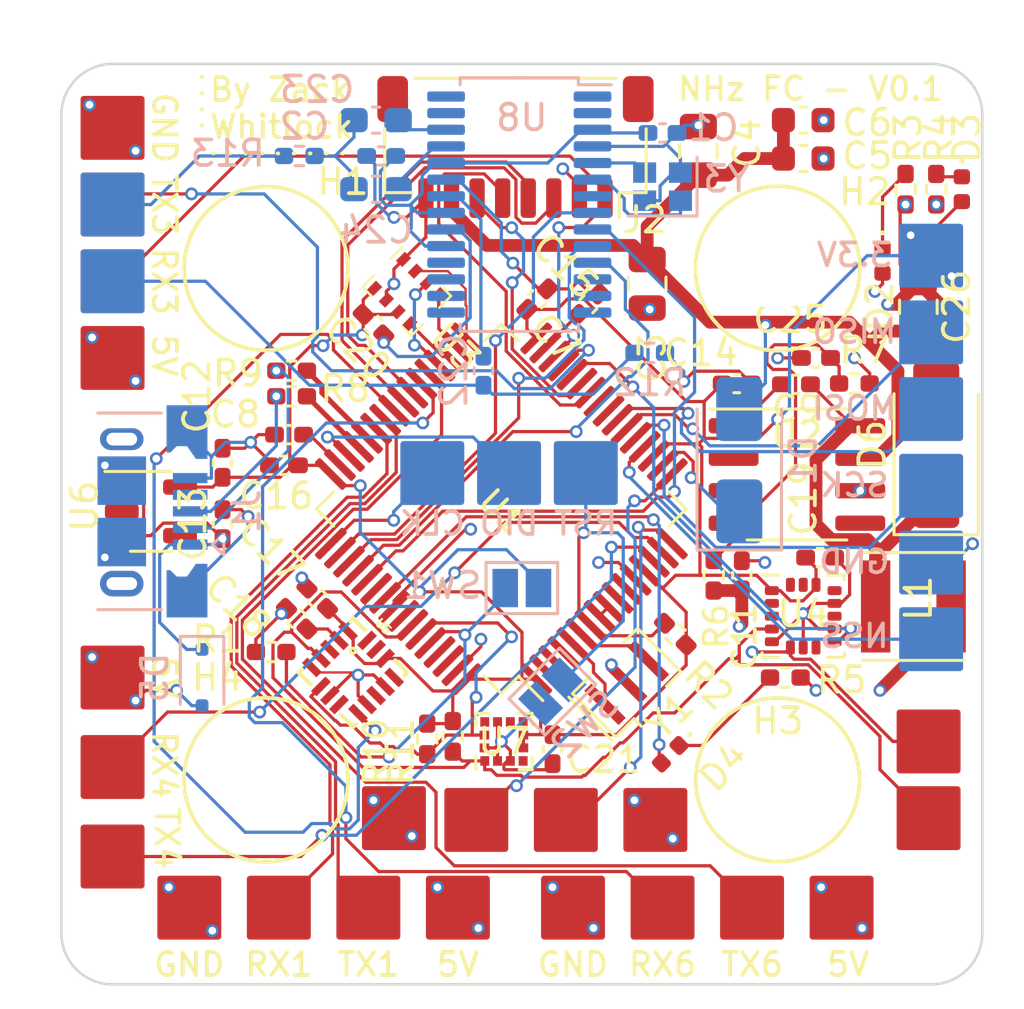
<source format=kicad_pcb>
(kicad_pcb (version 20221018) (generator pcbnew)
  (layers (0 "F.Cu" signal) (1 "In1.Cu" signal) (2 "In2.Cu" signal) (31 "B.Cu" signal) (34 "B.Paste" user) (35 "F.Paste" user) (36 "B.SilkS" user "B.Silkscreen") (37 "F.SilkS" user "F.Silkscreen") (38 "B.Mask" user) (39 "F.Mask" user) (44 "Edge.Cuts" user))
  (net 0 "")
  (net 1 "/RX3")
  (net 2 "/CUR")
  (net 3 "/M4")
  (net 4 "/M3")
  (net 5 "/M2")
  (net 6 "/M1")
  (net 7 "+BATT")
  (net 8 "GND")
  (net 9 "+3.3V")
  (net 10 "Net-(U1-PH0)")
  (net 11 "Net-(U1-PH1)")
  (net 12 "/STM32F405RGTx/PA10_RX1")
  (net 13 "/STM32F405RGTx/PA9_TX1")
  (net 14 "Net-(U1-BOOT0)")
  (net 25 "/STM32F405RGTx/PA7_MOSI1")
  (net 26 "/STM32F405RGTx/PA6_MISO1")
  (net 28 "/STM32F405RGTx/PA5_SCK1")
  (net 29 "Net-(U2-BOOT)")
  (net 30 "Net-(U2-VSNS)")
  (net 31 "Net-(D6-K)")
  (net 32 "VBUS")
  (net 33 "Net-(J1-D-)")
  (net 34 "Net-(J1-D+)")
  (net 36 "/STM32F405RGTx/PA4_NSS1")
  (net 37 "/STM32F405RGTx/PA3_RX2")
  (net 38 "/STM32F405RGTx/PA2_TX2")
  (net 39 "/STM32F405RGTx/PA1_RX4")
  (net 40 "/STM32F405RGTx/PA0_TX4")
  (net 41 "/STM32F405RGTx/PB10_TX3")
  (net 42 "/STM32F405RGTx/PC7_RX6")
  (net 43 "/STM32F405RGTx/PC6_TX6")
  (net 44 "Net-(U1-VCAP_1)")
  (net 45 "Net-(U1-VCAP_2)")
  (net 46 "/USB+")
  (net 47 "/USB-")
  (net 48 "+5V")
  (net 49 "/SDA1")
  (net 50 "/SCL1")
  (net 51 "/STM32F405RGTx/PC13")
  (net 52 "/STM32F405RGTx/PC14")
  (net 53 "/STM32F405RGTx/PC15")
  (net 54 "/STM32F405RGTx/PC0")
  (net 55 "/STM32F405RGTx/PC2")
  (net 56 "/STM32F405RGTx/PC3")
  (net 57 "/STM32F405RGTx/PC4")
  (net 58 "/STM32F405RGTx/PC5")
  (net 59 "/STM32F405RGTx/PD2")
  (net 60 "/STM32F405RGTx/PB5")
  (net 61 "/STM32F405RGTx/PB8")
  (net 62 "/STM32F405RGTx/PB9")
  (net 63 "Net-(U5-BYP)")
  (net 64 "/LIS3DH_INT_PIN")
  (net 65 "/MMA8451_INT_PIN")
  (net 68 "/STM32F405RGTx/RST")
  (net 69 "/SS2")
  (net 70 "/SCK2")
  (net 71 "/MISO2")
  (net 72 "/MOSI2")
  (net 81 "Net-(D2-K)")
  (net 82 "Net-(D3-K)")
  (net 83 "Net-(D4-K)")
  (net 84 "/Stat_LED")
  (net 85 "Net-(U8-AVDD)")
  (net 86 "/STM32F405RGTx/PA14_SWCLK")
  (net 87 "/STM32F405RGTx/PA13_SWDIO")
  (net 88 "/MOSI3")
  (net 89 "/MISO3")
  (net 90 "/SCK3")
  (net 91 "/SS3")
  (net 92 "Net-(U8-XFB)")
  (net 93 "Net-(U8-CLKIN)")
  (net 106 "Net-(U8-VIN)")
  (net 107 "/V_IN")
  (net 108 "Net-(U8-VOUT)")
  (net 109 "Net-(C23-Pad2)")
  (net 110 "Net-(U8-SAG)")
  (net 111 "/V_OUT")
  (footprint "Package_TO_SOT_SMD:SOT-23-5" (layer "F.Cu") (at 115.5 49.5)
    (fp_text reference "U6")
    (fp_text value "XC6219B332MR" hide)
  )
  (footprint "Package_LGA:LGA-16_3x3mm_P0.5mm_LayoutBorder3x5y" (layer "F.Cu") (at 141 53.6)
    (fp_text reference "U4")
    (fp_text value "LIS3DH")
  )
  (footprint "Capacitor_SMD:C_0402_1005Metric_Pad0.74x0.62mm_HandSolder" (layer "F.Cu") (at 120.9 46.5)
    (fp_text reference "C8")
    (fp_text value "2.2uF")
  )
  (footprint "Library:SolderPad_2.5x2.5" (layer "F.Cu") (at 124 65)
    (fp_text reference "TP2" hide)
    (fp_text value "TestPoint" hide)
  )
  (footprint "Resistor_SMD:R_0402_1005Metric_Pad0.72x0.64mm_HandSolder" (layer "F.Cu") (at 126.3 58.4 90)
    (fp_text reference "R10")
    (fp_text value "2.2k")
  )
  (footprint "Capacitor_SMD:C_0402_1005Metric_Pad0.74x0.62mm_HandSolder" (layer "F.Cu") (at 141.6606 51.3097)
    (fp_text reference "C19")
    (fp_text value "4.7uF")
  )
  (footprint "Inductor_SMD:L_Vishay_IFSC-1515AH_4x4x1.8mm" (layer "F.Cu") (at 145.3055 53.22)
    (fp_text reference "L1")
    (fp_text value "22uH")
  )
  (footprint "Capacitor_SMD:C_0402_1005Metric_Pad0.74x0.62mm_HandSolder" (layer "F.Cu") (at 118.3 50 90)
    (fp_text reference "C13")
    (fp_text value "10uF")
  )
  (footprint "Resistor_SMD:R_0402_1005Metric_Pad0.72x0.64mm_HandSolder" (layer "F.Cu") (at 136 54.3 135)
    (fp_text reference "R2")
    (fp_text value "10k")
  )
  (footprint "LED_SMD:LED_0402_1005Metric" (layer "F.Cu") (at 144.1 39.7 -90)
    (fp_text reference "D2")
    (fp_text value "LED")
  )
  (footprint "Capacitor_SMD:C_0402_1005Metric_Pad0.74x0.62mm_HandSolder" (layer "F.Cu") (at 121.2 53.7 -45)
    (fp_text reference "C18")
    (fp_text value "0.1uF")
  )
  (footprint "MountingHole:MountingHole_3.2mm_M3" (layer "F.Cu") (at 140 40)
    (fp_text reference "H2")
    (fp_text value "MountingHole")
  )
  (footprint "Capacitor_SMD:C_0805_2012Metric" (layer "F.Cu") (at 145.5 41.5 90)
    (fp_text reference "C26")
    (fp_text value "4.7uF")
  )
  (footprint "Resistor_SMD:R_0402_1005Metric_Pad0.72x0.64mm_HandSolder" (layer "F.Cu") (at 146.2 36.9 -90)
    (fp_text reference "R4")
    (fp_text value "1k")
  )
  (footprint "Library:SolderPad_2.5x2.5" (layer "F.Cu") (at 125 61.5)
    (fp_text reference "TP24" hide)
    (fp_text value "TestPoint" hide)
  )
  (footprint "Capacitor_SMD:C_0402_1005Metric_Pad0.74x0.62mm_HandSolder" (layer "F.Cu") (at 138.6 52 90)
    (fp_text reference "C11")
    (fp_text value "10uF")
  )
  (footprint "Library:SolderPad_2.5x2.5" (layer "F.Cu") (at 135.2198 61.5701)
    (fp_text reference "TP20" hide)
    (fp_text value "TestPoint" hide)
  )
  (footprint "Diode_SMD:D_SMA" (layer "F.Cu") (at 146.2 46.9 90)
    (fp_text reference "D6")
    (fp_text value "B340")
  )
  (footprint "Capacitor_SMD:C_0402_1005Metric_Pad0.74x0.62mm_HandSolder" (layer "F.Cu") (at 132.6 41.4 -135)
    (fp_text reference "C7")
    (fp_text value "2.2uF")
  )
  (footprint "Capacitor_SMD:C_0402_1005Metric_Pad0.74x0.62mm_HandSolder" (layer "F.Cu") (at 118.3 47.6 90)
    (fp_text reference "C12")
    (fp_text value "10uF")
  )
  (footprint "Capacitor_SMD:C_0805_2012Metric" (layer "F.Cu") (at 134.9 40.6 -90)
    (fp_text reference "C3")
    (fp_text value "4.7uF")
  )
  (footprint "Library:SolderPad_2.5x2.5" (layer "F.Cu") (at 142.5 65)
    (fp_text reference "TP17" hide)
    (fp_text value "TestPoint" hide)
  )
  (footprint "Library:SolderPad_2.5x2.5" (layer "F.Cu") (at 117 65)
    (fp_text reference "TP23" hide)
    (fp_text value "TestPoint" hide)
  )
  (footprint "LED_SMD:LED_0402_1005Metric" (layer "F.Cu") (at 147.2 36.9 -90)
    (fp_text reference "D3")
    (fp_text value "LED")
  )
  (footprint "MountingHole:MountingHole_3.2mm_M3" (layer "F.Cu") (at 120 60)
    (fp_text reference "H4")
    (fp_text value "MountingHole")
  )
  (footprint "Capacitor_SMD:C_0402_1005Metric_Pad0.74x0.62mm_HandSolder" (layer "F.Cu") (at 120.7 47.7 180)
    (fp_text reference "C16")
    (fp_text value "10uF" hide)
  )
  (footprint "Resistor_SMD:R_0402_1005Metric_Pad0.72x0.64mm_HandSolder" (layer "F.Cu") (at 127.3 58.3 90)
    (fp_text reference "R11")
    (fp_text value "2.2k")
  )
  (footprint "Resistor_SMD:R_0402_1005Metric_Pad0.72x0.64mm_HandSolder" (layer "F.Cu") (at 137.5 52 90)
    (fp_text reference "R6")
    (fp_text value "10k")
  )
  (footprint "Library:SolderPad_2.5x2.5" (layer "F.Cu") (at 114 43.5)
    (fp_text reference "TP28" hide)
    (fp_text value "TestPoint" hide)
  )
  (footprint "Package_LGA:Bosch_LGA-8_2x2.5mm_P0.65mm_ClockwisePinNumbering" (layer "F.Cu") (at 125.5 40.9 -45)
    (fp_text reference "U3")
    (fp_text value "BMP280" hide)
  )
  (footprint "MountingHole:MountingHole_3.2mm_M3" (layer "F.Cu") (at 120 40)
    (fp_text reference "H1")
    (fp_text value "MountingHole")
  )
  (footprint "Library:SolderPad_2.5x2.5" (layer "F.Cu") (at 114 34.5)
    (fp_text reference "TP27" hide)
    (fp_text value "TestPoint" hide)
  )
  (footprint "Capacitor_SMD:C_0402_1005Metric_Pad0.74x0.62mm_HandSolder" (layer "F.Cu") (at 124.2 42.2 -45)
    (fp_text reference "C20")
    (fp_text value "4.7uF")
  )
  (footprint "Resistor_SMD:R_0402_1005Metric_Pad0.72x0.64mm_HandSolder" (layer "F.Cu") (at 140.3 56)
    (fp_text reference "R5")
    (fp_text value "1k")
  )
  (footprint "Capacitor_SMD:C_0603_1608Metric" (layer "F.Cu") (at 141 34.2)
    (fp_text reference "C6")
    (fp_text value "0.1uF")
  )
  (footprint "Capacitor_SMD:C_0402_1005Metric_Pad0.74x0.62mm_HandSolder" (layer "F.Cu") (at 140.714585 44.529909 180)
    (fp_text reference "C9")
    (fp_text value "100nF")
  )
  (footprint "Library:SolderPad_2.5x2.5" (layer "F.Cu") (at 114 56)
    (fp_text reference "TP26" hide)
    (fp_text value "TestPoint" hide)
  )
  (footprint "Library:SolderPad_2.5x2.5" (layer "F.Cu") (at 114 63)
    (fp_text reference "TP10" hide)
    (fp_text value "TestPoint" hide)
  )
  (footprint "Library:SolderPad_2.5x2.5" (layer "F.Cu") (at 114 37.5)
    (fp_text reference "TP13" hide)
    (fp_text value "TestPoint" hide)
  )
  (footprint "MountingHole:MountingHole_3.2mm_M3" (layer "F.Cu") (at 140 60)
    (fp_text reference "H3")
    (fp_text value "MountingHole")
  )
  (footprint "Library:SolderPad_2.5x2.5" (layer "F.Cu") (at 114 40.5)
    (fp_text reference "TP14" hide)
    (fp_text value "TestPoint" hide)
  )
  (footprint "Capacitor_SMD:C_0402_1005Metric_Pad0.74x0.62mm_HandSolder" (layer "F.Cu") (at 138.4 44.5)
    (fp_text reference "C14")
    (fp_text value "10uF")
  )
  (footprint "Capacitor_SMD:C_0402_1005Metric_Pad0.74x0.62mm_HandSolder" (layer "F.Cu") (at 141.5 43.5 180)
    (fp_text reference "C25")
    (fp_text value "100p")
  )
  (footprint "Resistor_SMD:R_0402_1005Metric_Pad0.72x0.64mm_HandSolder" (layer "F.Cu") (at 143 44.5)
    (fp_text reference "R7")
    (fp_text value "3.3k")
  )
  (footprint "Resistor_SMD:R_0402_1005Metric_Pad0.72x0.64mm_HandSolder" (layer "F.Cu") (at 120.2 55 180)
    (fp_text reference "R1")
    (fp_text value "10k")
  )
  (footprint "Library:SolderPad_2.5x2.5" (layer "F.Cu") (at 145.9 61.5)
    (fp_text reference "TP11" hide)
    (fp_text value "TestPoint" hide)
  )
  (footprint "Crystal:Resonator_SMD_Murata_CSTxExxV-3Pin_3.0x1.1mm" (layer "F.Cu") (at 134.1 56.2 45)
    (fp_text reference "Y1")
    (fp_text value " 	CSTCE8M00G52-R0")
  )
  (footprint "Library:SolderPad_2.5x2.5" (layer "F.Cu") (at 139 65)
    (fp_text reference "TP16" hide)
    (fp_text value "TestPoint" hide)
  )
  (footprint "Library:SolderPad_2.5x2.5" (layer "F.Cu") (at 120.5 65)
    (fp_text reference "TP1" hide)
    (fp_text value "TestPoint" hide)
  )
  (footprint "Library:SolderPad_2.5x2.5" (layer "F.Cu") (at 132 65)
    (fp_text reference "TP21" hide)
    (fp_text value "TestPoint" hide)
  )
  (footprint "Capacitor_SMD:C_0402_1005Metric_Pad0.74x0.62mm_HandSolder" (layer "F.Cu") (at 122 52.9 135)
    (fp_text reference "C17")
    (fp_text value "4.7uF")
  )
  (footprint "Connector_JST:JST_SH_SM08B-SRSS-TB_1x08-1MP_P1.00mm_Horizontal" (layer "F.Cu") (at 129.75 35.25 180)
    (fp_text reference "J2")
    (fp_text value "Conn_01x08_Socket" hide)
  )
  (footprint "Capacitor_SMD:C_0805_2012Metric" (layer "F.Cu") (at 136.9 35.4 90)
    (fp_text reference "C4")
    (fp_text value "4.7uF")
  )
  (footprint "Capacitor_SMD:C_0603_1608Metric" (layer "F.Cu") (at 141 35.7)
    (fp_text reference "C5")
    (fp_text value "1uF")
  )
  (footprint "Resistor_SMD:R_0402_1005Metric_Pad0.72x0.64mm_HandSolder" (layer "F.Cu") (at 145 36.9 -90)
    (fp_text reference "R3")
    (fp_text value "1k")
  )
  (footprint "Library:SolderPad_2.5x2.5" (layer "F.Cu") (at 131.7198 61.5701)
    (fp_text reference "TP8" hide)
    (fp_text value "TestPoint" hide)
  )
  (footprint "Package_SO:SOIC-8_3.9x4.9mm_P1.27mm" (layer "F.Cu") (at 140.754 48.0584)
    (fp_text reference "U2")
    (fp_text value "TPS5420D")
  )
  (footprint "LED_SMD:LED_0402_1005Metric" (layer "F.Cu") (at 135.8 59 -135)
    (fp_text reference "D4")
    (fp_text value "LED")
  )
  (footprint "Package_QFP:LQFP-64_10x10mm_P0.5mm" (layer "F.Cu") (at 129.2 49.4 135)
    (fp_text reference "U1")
    (fp_text value "STM32F405RGTx")
  )
  (footprint "Resistor_SMD:R_0402_1005Metric_Pad0.72x0.64mm_HandSolder" (layer "F.Cu") (at 121 44 180)
    (fp_text reference "R9")
    (fp_text value "22")
  )
  (footprint "Resistor_SMD:R_0402_1005Metric_Pad0.72x0.64mm_HandSolder" (layer "F.Cu") (at 121 45)
    (fp_text reference "R8")
    (fp_text value "22")
  )
  (footprint "Capacitor_SMD:C_0402_1005Metric_Pad0.74x0.62mm_HandSolder" (layer "F.Cu") (at 130.6 41.2 45)
    (fp_text reference "C15")
    (fp_text value "10uF")
  )
  (footprint "Capacitor_SMD:C_0402_1005Metric_Pad0.74x0.62mm_HandSolder" (layer "F.Cu") (at 131.2 58.8 -90)
    (fp_text reference "C21")
    (fp_text value "4.7uF")
  )
  (footprint "Library:SolderPad_2.5x2.5" (layer "F.Cu") (at 135.5 65)
    (fp_text reference "TP15" hide)
    (fp_text value "TestPoint" hide)
  )
  (footprint "Library:SolderPad_2.5x2.5" (layer "F.Cu") (at 114 59.5)
    (fp_text reference "TP9" hide)
    (fp_text value "TestPoint" hide)
  )
  (footprint "Library:SolderPad_2.5x2.5" (layer "F.Cu") (at 127.5 65)
    (fp_text reference "TP19" hide)
    (fp_text value "TestPoint" hide)
  )
  (footprint "MMA8452Q:QFN-16_0.5MM" (layer "F.Cu") (at 123.4 55.8 -45)
    (fp_text reference "U5")
    (fp_text value "MMA8452QR1")
  )
  (footprint "Library:SolderPad_2.5x2.5" (layer "F.Cu") (at 128.2198 61.5701)
    (fp_text reference "TP7" hide)
    (fp_text value "TestPoint" hide)
  )
  (footprint "Library:SolderPad_2.5x2.5" (layer "F.Cu") (at 145.9 58.5)
    (fp_text reference "TP12" hide)
    (fp_text value "TestPoint" hide)
  )
  (footprint "Package_LGA:LGA-12_2x2mm_P0.5mm" (layer "F.Cu") (at 129.3 58.5 90)
    (fp_text reference "U7")
    (fp_text value "LIS3MDL")
  )
  (footprint "Resistor_SMD:R_0402_1005Metric_Pad0.72x0.64mm_HandSolder" (layer "B.Cu") (at 121.3 35.6 180)
    (fp_text reference "R13")
    (fp_text value "75")
  )
  (footprint "Library:SolderPad_2.5x2.5" (layer "B.Cu") (at 129.5 48 180)
    (fp_text reference "TP30" hide)
    (fp_text value "TestPoint" hide)
  )
  (footprint "Library:SolderPad_2.5x2.5" (layer "B.Cu") (at 146 48.5 180)
    (fp_text reference "TP5" hide)
    (fp_text value "TestPoint" hide)
  )
  (footprint "Connector_USB:USB_Micro-B_XKB_U254-051T-4BH83-F1S" (layer "B.Cu") (at 114.75 49.5 90)
    (fp_text reference "J1")
    (fp_text value "USB_B_Micro")
  )
  (footprint "Diode_SMD:D_SOD-323F" (layer "B.Cu") (at 117.5 56 -90)
    (fp_text reference "D5")
    (fp_text value "D_Small")
  )
  (footprint "Library:SolderPad_2.5x2.5" (layer "B.Cu") (at 146 42.5 180)
    (fp_text reference "TP4" hide)
    (fp_text value "TestPoint" hide)
  )
  (footprint "Library:SolderPad_2.5x2.5" (layer "B.Cu") (at 146 54.5 180)
    (fp_text reference "TP6" hide)
    (fp_text value "TestPoint" hide)
  )
  (footprint "Library:SolderPad_2.5x2.5" (layer "B.Cu") (at 146 45.5 180)
    (fp_text reference "TP3" hide)
    (fp_text value "TestPoint" hide)
  )
  (footprint "Capacitor_SMD:C_0402_1005Metric_Pad0.74x0.62mm_HandSolder" (layer "B.Cu") (at 135.5 34.7)
    (fp_text reference "C1")
    (fp_text value "100nF")
  )
  (footprint "Library:SolderPad_2.5x2.5" (layer "B.Cu") (at 132.5 48 180)
    (fp_text reference "TP25" hide)
    (fp_text value "TestPoint" hide)
  )
  (footprint "Diode_SMD:D_SMA" (layer "B.Cu") (at 138.5 47.5 90)
    (fp_text reference "D1")
    (fp_text value "D_TVS")
  )
  (footprint "Library:SolderPad_2.5x2.5" (layer "B.Cu") (at 114 37.5 180)
    (fp_text reference "TP32" hide)
    (fp_text value "TestPoint" hide)
  )
  (footprint "Jumper:SolderJumper-2_P1.3mm_Open_Pad1.0x1.5mm" (layer "B.Cu") (at 131.192048 56.551164 45)
    (fp_text reference "SW2")
    (fp_text value "SW_Push")
  )
  (footprint "Capacitor_SMD:C_0402_1005Metric_Pad0.74x0.62mm_HandSolder" (layer "B.Cu") (at 124.5 35.6 180)
    (fp_text reference "C2")
    (fp_text value "100nF")
  )
  (footprint "Library:SolderPad_2.5x2.5" (layer "B.Cu") (at 126.5 48 180)
    (fp_text reference "TP29" hide)
    (fp_text value "TestPoint" hide)
  )
  (footprint "Library:SolderPad_2.5x2.5" (layer "B.Cu") (at 146 39.5 180)
    (fp_text reference "TP18" hide)
    (fp_text value "TestPoint" hide)
  )
  (footprint "Capacitor_SMD:C_0603_1608Metric_Pad1.08x0.95mm_HandSolder" (layer "B.Cu") (at 124.3 34.2 180)
    (fp_text reference "C23")
    (fp_text value "47uF")
  )
  (footprint "Resistor_SMD:R_0402_1005Metric_Pad0.72x0.64mm_HandSolder" (layer "B.Cu") (at 135 43.3)
    (fp_text reference "R12")
    (fp_text value "75")
  )
  (footprint "Capacitor_SMD:C_0603_1608Metric_Pad1.08x0.95mm_HandSolder" (layer "B.Cu") (at 124.3 36.9 180)
    (fp_text reference "C24")
    (fp_text value "47uF")
  )
  (footprint "Crystal:Crystal_SMD_2016-4Pin_2.0x1.6mm" (layer "B.Cu") (at 135.5 36.8 180)
    (fp_text reference "Y3")
    (fp_text value "Crystal_GND24")
  )
  (footprint "Jumper:SolderJumper-2_P1.3mm_Open_Pad1.0x1.5mm" (layer "B.Cu") (at 130 52.5 180)
    (fp_text reference "SW1")
    (fp_text value "SW_Push")
  )
  (footprint "Library:SolderPad_2.5x2.5" (layer "B.Cu") (at 114 40.5 180)
    (fp_text reference "TP31" hide)
    (fp_text value "TestPoint" hide)
  )
  (footprint "Capacitor_SMD:C_0402_1005Metric_Pad0.74x0.62mm_HandSolder" (layer "B.Cu") (at 128.5 44 -90)
    (fp_text reference "C22")
    (fp_text value "100nF")
  )
  (footprint "Library:SolderPad_2.5x2.5" (layer "B.Cu") (at 146 51.5 180)
    (fp_text reference "TP22" hide)
    (fp_text value "TestPoint" hide)
  )
  (footprint "Package_SO:TSSOP-28_4.4x9.7mm_P0.65mm" (layer "B.Cu") (at 129.9 37.5 180)
    (fp_text reference "U8")
    (fp_text value "AT7456")
  )
  (gr_circle (center 120 40) (end 120.1 36.8) (stroke (width 0.15)) (fill none) (layer "F.SilkS"))
  (gr_line (start 123 35.5) (end 117.5 35.5) (stroke (width 0.15) (type dot)) (layer "F.SilkS"))
  (gr_circle (center 120 60) (end 120.2 56.8) (stroke (width 0.15)) (fill none) (layer "F.SilkS"))
  (gr_line (start 117.5 32.5) (end 117.5 35) (stroke (width 0.15) (type dot)) (layer "F.SilkS"))
  (gr_circle (center 140 60) (end 140 56.8) (stroke (width 0.15)) (fill none) (layer "F.SilkS"))
  (gr_circle (center 140 40) (end 139.7 36.8) (stroke (width 0.15)) (fill none) (layer "F.SilkS"))
  (gr_line (start 114.000001 32) (end 146 32) (stroke (width 0.1)) (layer "Edge.Cuts"))
  (gr_arc (start 147.999999 66) (mid 147.414213 67.414214) (end 145.999999 68) (stroke (width 0.1)) (layer "Edge.Cuts"))
  (gr_arc (start 114.000001 68) (mid 112.585787 67.414214) (end 112.000001 66) (stroke (width 0.1)) (layer "Edge.Cuts"))
  (gr_arc (start 112.000001 34) (mid 112.585787 32.585786) (end 114.000001 32) (stroke (width 0.1)) (layer "Edge.Cuts"))
  (gr_line (start 148 34) (end 147.999999 66) (stroke (width 0.1)) (layer "Edge.Cuts"))
  (gr_line (start 112.000001 66) (end 112.000001 34) (stroke (width 0.1)) (layer "Edge.Cuts"))
  (gr_arc (start 146 32) (mid 147.414214 32.585786) (end 148 34) (stroke (width 0.1)) (layer "Edge.Cuts"))
  (gr_line (start 145.999999 68) (end 114.000001 68) (stroke (width 0.1)) (layer "Edge.Cuts"))
  (gr_text "MOSI" (at 143 46) (layer "B.SilkS") (effects (font (size 0.9 0.9) (thickness 0.15) bold) (justify bottom mirror)))
  (gr_text "3.3V" (at 143 40) (layer "B.SilkS") (effects (font (size 0.9 0.9) (thickness 0.15) bold) (justify bottom mirror)))
  (gr_text "DIO" (at 129.5 50.5) (layer "B.SilkS") (effects (font (size 0.9 0.9) (thickness 0.15) bold) (justify bottom mirror)))
  (gr_text "RST" (at 132.5 50.5) (layer "B.SilkS") (effects (font (size 0.9 0.9) (thickness 0.15) bold) (justify bottom mirror)))
  (gr_text "SCK" (at 143 49) (layer "B.SilkS") (effects (font (size 0.9 0.9) (thickness 0.15) bold) (justify bottom mirror)))
  (gr_text "NSS" (at 143 54.9) (layer "B.SilkS") (effects (font (size 0.9 0.9) (thickness 0.15) bold) (justify bottom mirror)))
  (gr_text "MISO" (at 143 43) (layer "B.SilkS") (effects (font (size 0.9 0.9) (thickness 0.15) bold) (justify bottom mirror)))
  (gr_text "CLK" (at 126.5 50.5) (layer "B.SilkS") (effects (font (size 0.9 0.9) (thickness 0.15) bold) (justify bottom mirror)))
  (gr_text "GND" (at 143 52) (layer "B.SilkS") (effects (font (size 0.9 0.9) (thickness 0.15) bold) (justify bottom mirror)))
  (gr_text "TX4" (at 115.595642 62.284189 270) (layer "F.SilkS") (effects (font (size 0.9 0.9) (thickness 0.15) bold) (justify bottom)))
  (gr_text "RX1" (at 120.5 67.75) (layer "F.SilkS") (effects (font (size 0.9 0.9) (thickness 0.15) bold) (justify bottom)))
  (gr_text "TX3" (at 115.5 37.5 270) (layer "F.SilkS") (effects (font (size 0.9 0.9) (thickness 0.15) bold) (justify bottom)))
  (gr_text "5V" (at 115.5 43.4 -90) (layer "F.SilkS") (effects (font (size 0.9 0.9) (thickness 0.15) bold) (justify bottom)))
  (gr_text "By Zack\nWhitlock" (at 117.719234 34.980018) (layer "F.SilkS") (effects (font (size 0.9 0.9) (thickness 0.15) bold) (justify left bottom)))
  (gr_text "GND" (at 132 67.75) (layer "F.SilkS") (effects (font (size 0.9 0.9) (thickness 0.15) bold) (justify bottom)))
  (gr_text "RX4" (at 115.5 59.424103 270) (layer "F.SilkS") (effects (font (size 0.9 0.9) (thickness 0.15) bold) (justify bottom)))
  (gr_text "GND" (at 117 67.75) (layer "F.SilkS") (effects (font (size 0.9 0.9) (thickness 0.15) bold) (justify bottom)))
  (gr_text "GND" (at 115.5 34.5 270) (layer "F.SilkS") (effects (font (size 0.9 0.9) (thickness 0.15) bold) (justify bottom)))
  (gr_text "5V" (at 127.5 67.75) (layer "F.SilkS") (effects (font (size 0.9 0.9) (thickness 0.15) bold) (justify bottom)))
  (gr_text "5V" (at 115.5 56 -90) (layer "F.SilkS") (effects (font (size 0.9 0.9) (thickness 0.15) bold) (justify bottom)))
  (gr_text "RX3" (at 115.5 40.5 270) (layer "F.SilkS") (effects (font (size 0.9 0.9) (thickness 0.15) bold) (justify bottom)))
  (gr_text "RX6" (at 135.5 67.75) (layer "F.SilkS") (effects (font (size 0.9 0.9) (thickness 0.15) bold) (justify bottom)))
  (gr_text "TX1" (at 124 67.75) (layer "F.SilkS") (effects (font (size 0.9 0.9) (thickness 0.15) bold) (justify bottom)))
  (gr_text "TX6" (at 139 67.75) (layer "F.SilkS") (effects (font (size 0.9 0.9) (thickness 0.15) bold) (justify bottom)))
  (gr_text "5V" (at 142.75 67.75) (layer "F.SilkS") (effects (font (size 0.9 0.9) (thickness 0.15) bold) (justify bottom)))
  (gr_text "NHz FC - V0.1" (at 136 33.5) (layer "F.SilkS") (effects (font (size 0.9 0.9) (thickness 0.15) bold) (justify left bottom)))
  (segment (start 131.8818 35.6069) (end 133.25 36.9751) (width 0.127) (layer "F.Cu") (net 1))
  (segment (start 133.25 36.9751) (end 133.25 37.25) (width 0.127) (layer "F.Cu") (net 1))
  (segment (start 132.3693 38.4004) (end 133.25 37.5197) (width 0.127) (layer "F.Cu") (net 1))
  (segment (start 114.2441 40.5) (end 119.1372 35.6069) (width 0.127) (layer "F.Cu") (net 1))
  (segment (start 119.1372 35.6069) (end 131.8818 35.6069) (width 0.127) (layer "F.Cu") (net 1))
  (segment (start 132.0227 42.6882) (end 132.0227 42.6164) (width 0.127) (layer "F.Cu") (net 1))
  (segment (start 131.4426 38.4004) (end 132.3693 38.4004) (width 0.127) (layer "F.Cu") (net 1))
  (segment (start 131.2683 43.4426) (end 132.0227 42.6882) (width 0.127) (layer "F.Cu") (net 1))
  (segment (start 114 40.5) (end 114.2441 40.5) (width 0.127) (layer "F.Cu") (net 1))
  (segment (start 133.25 37.5197) (end 133.25 37.25) (width 0.127) (layer "F.Cu") (net 1))
  (via (at 132.0227 42.6164) (size 0.5) (drill 0.3) (layers "F.Cu" "B.Cu") (net 1))
  (via (at 131.4426 38.4004) (size 0.5) (drill 0.3) (layers "F.Cu" "B.Cu") (net 1))
  (segment (start 131.4426 38.4004) (end 131.4426 42.0363) (width 0.127) (layer "B.Cu") (net 1))
  (segment (start 131.4426 42.0363) (end 132.0227 42.6164) (width 0.127) (layer "B.Cu") (net 1))
  (segment (start 125.010392 53.236054) (end 125.010392 52.98972) (width 0.127) (layer "F.Cu") (net 2))
  (segment (start 125.010392 52.98972) (end 127.800112 50.2) (width 0.127) (layer "F.Cu") (net 2))
  (segment (start 132.25 37.25) (end 132.25 36.75) (width 0.127) (layer "F.Cu") (net 2))
  (segment (start 127.800112 50.2) (end 128 50.2) (width 0.127) (layer "F.Cu") (net 2))
  (segment (start 132.25 36.75) (end 131.6 36.1) (width 0.127) (layer "F.Cu") (net 2))
  (via (at 131.6 36.1) (size 0.5) (drill 0.3) (layers "F.Cu" "B.Cu") (net 2))
  (via (at 128 50.2) (size 0.5) (drill 0.3) (layers "F.Cu" "B.Cu") (net 2))
  (segment (start 123.1938 42.6099) (end 123.5925 43.0086) (width 0.127) (layer "F.Cu") (net 3))
  (segment (start 126.2149 36.0651) (end 123.1938 39.0862) (width 0.127) (layer "F.Cu") (net 3))
  (segment (start 123.1938 39.0862) (end 123.1938 42.6099) (width 0.127) (layer "F.Cu") (net 3))
  (segment (start 129.3072 36.0651) (end 126.2149 36.0651) (width 0.127) (layer "F.Cu") (net 3))
  (segment (start 131.25 37.25) (end 131.25 37.5183) (width 0.127) (layer "F.Cu") (net 3))
  (segment (start 130.0012 38.2289) (end 129.7684 37.9961) (width 0.127) (layer "F.Cu") (net 3))
  (segment (start 129.7684 36.5263) (end 129.3072 36.0651) (width 0.127) (layer "F.Cu") (net 3))
  (segment (start 129.7684 37.9961) (end 129.7684 36.5263) (width 0.127) (layer "F.Cu") (net 3))
  (segment (start 123.5925 43.0086) (end 123.8693 43.0086) (width 0.127) (layer "F.Cu") (net 3))
  (segment (start 123.8693 43.0086) (end 125.7175 44.8568) (width 0.127) (layer "F.Cu") (net 3))
  (segment (start 131.25 37.5183) (end 130.5394 38.2289) (width 0.127) (layer "F.Cu") (net 3))
  (segment (start 130.5394 38.2289) (end 130.0012 38.2289) (width 0.127) (layer "F.Cu") (net 3))
  (segment (start 129.3927 35.841) (end 130.25 36.6983) (width 0.127) (layer "F.Cu") (net 4))
  (segment (start 130.25 36.6983) (end 130.25 37.25) (width 0.127) (layer "F.Cu") (net 4))
  (segment (start 126.0431 35.841) (end 129.3927 35.841) (width 0.127) (layer "F.Cu") (net 4))
  (segment (start 122.9701 38.914) (end 126.0431 35.841) (width 0.127) (layer "F.Cu") (net 4))
  (segment (start 125.3639 45.2104) (end 122.9701 42.8166) (width 0.127) (layer "F.Cu") (net 4))
  (segment (start 122.9701 42.8166) (end 122.9701 38.914) (width 0.127) (layer "F.Cu") (net 4))
  (segment (start 126.75 36.5378) (end 126.75 38.2596) (width 0.127) (layer "F.Cu") (net 5))
  (segment (start 129.3888 40.8984) (end 129.3888 43.2311) (width 0.127) (layer "F.Cu") (net 5))
  (segment (start 129.25 37.0237) (end 128.5285 36.3022) (width 0.127) (layer "F.Cu") (net 5))
  (segment (start 132.1984 45.3409) (end 132.6825 44.8568) (width 0.127) (layer "F.Cu") (net 5))
  (segment (start 129.3888 43.2311) (end 131.4986 45.3409) (width 0.127) (layer "F.Cu") (net 5))
  (segment (start 129.25 37.25) (end 129.25 37.0237) (width 0.127) (layer "F.Cu") (net 5))
  (segment (start 126.9856 36.3022) (end 126.75 36.5378) (width 0.127) (layer "F.Cu") (net 5))
  (segment (start 131.4986 45.3409) (end 132.1984 45.3409) (width 0.127) (layer "F.Cu") (net 5))
  (segment (start 128.5285 36.3022) (end 126.9856 36.3022) (width 0.127) (layer "F.Cu") (net 5))
  (segment (start 126.75 38.2596) (end 129.3888 40.8984) (width 0.127) (layer "F.Cu") (net 5))
  (segment (start 132.3289 44.5033) (end 131.8649 44.9673) (width 0.127) (layer "F.Cu") (net 6))
  (segment (start 129.6244 43.1571) (end 129.6244 40.5511) (width 0.127) (layer "F.Cu") (net 6))
  (segment (start 129.1761 38.4043) (end 128.25 37.4782) (width 0.127) (layer "F.Cu") (net 6))
  (segment (start 131.4346 44.9673) (end 129.6244 43.1571) (width 0.127) (layer "F.Cu") (net 6))
  (segment (start 128.25 37.4782) (end 128.25 37.25) (width 0.127) (layer "F.Cu") (net 6))
  (segment (start 129.6032 38.4043) (end 129.1761 38.4043) (width 0.127) (layer "F.Cu") (net 6))
  (segment (start 131.8649 44.9673) (end 131.4346 44.9673) (width 0.127) (layer "F.Cu") (net 6))
  (via (at 129.6032 38.4043) (size 0.5) (drill 0.3) (layers "F.Cu" "B.Cu") (net 6))
  (via (at 129.6244 40.5511) (size 0.5) (drill 0.3) (layers "F.Cu" "B.Cu") (net 6))
  (segment (start 129.6032 38.4043) (end 130.0661 38.8672) (width 0.127) (layer "B.Cu") (net 6))
  (segment (start 130.0661 38.8672) (end 130.0661 40.1094) (width 0.127) (layer "B.Cu") (net 6))
  (segment (start 130.0661 40.1094) (end 129.6244 40.5511) (width 0.127) (layer "B.Cu") (net 6))
  (segment (start 137.35 42.1) (end 134.9 39.65) (width 0.5) (layer "F.Cu") (net 7))
  (segment (start 144.7 44) (end 143.6 42.9) (width 0.5) (layer "F.Cu") (net 7))
  (segment (start 143.229 47.4234) (end 143.877 47.4234) (width 0.5) (layer "F.Cu") (net 7))
  (segment (start 139.5212 42.2125) (end 139.5212 42.1) (width 0.127) (layer "F.Cu") (net 7))
  (segment (start 138.05 36.35) (end 138.7 35.7) (width 0.5) (layer "F.Cu") (net 7))
  (segment (start 143.6 42.9) (end 144.05 42.45) (width 0.5) (layer "F.Cu") (net 7))
  (segment (start 128.632 39.1) (end 134.35 39.1) (width 0.5) (layer "F.Cu") (net 7))
  (segment (start 143.6 42.9) (end 142.8 42.1) (width 0.5) (layer "F.Cu") (net 7))
  (segment (start 134.9 38.35) (end 136.9 36.35) (width 0.5) (layer "F.Cu") (net 7))
  (segment (start 142.8 42.1) (end 139.5212 42.1) (width 0.5) (layer "F.Cu") (net 7))
  (segment (start 127.25 37.25) (end 127.25 37.718) (width 0.5) (layer "F.Cu") (net 7))
  (segment (start 138.7 35.7) (end 140.225 35.7) (width 0.5) (layer "F.Cu") (net 7))
  (segment (start 144.7 46.6) (end 144.7 44) (width 0.5) (layer "F.Cu") (net 7))
  (segment (start 140.225 35.7) (end 140.225 34.2) (width 0.5) (layer "F.Cu") (net 7))
  (segment (start 144.05 42.45) (end 145.5 42.45) (width 0.5) (layer "F.Cu") (net 7))
  (segment (start 139.5212 42.1) (end 137.35 42.1) (width 0.5) (layer "F.Cu") (net 7))
  (segment (start 134.35 39.1) (end 134.9 39.65) (width 0.5) (layer "F.Cu") (net 7))
  (segment (start 143.877 47.4234) (end 144.7 46.6) (width 0.5) (layer "F.Cu") (net 7))
  (segment (start 134.9 39.65) (end 134.9 38.35) (width 0.5) (layer "F.Cu") (net 7))
  (segment (start 127.25 37.718) (end 128.632 39.1) (width 0.5) (layer "F.Cu") (net 7))
  (segment (start 136.9 36.35) (end 138.05 36.35) (width 0.5) (layer "F.Cu") (net 7))
  (via (at 139.5212 42.2125) (size 0.5) (drill 0.3) (layers "F.Cu" "B.Cu") (net 7))
  (segment (start 138.5 45.5) (end 139.5212 44.4788) (width 0.127) (layer "B.Cu") (net 7))
  (segment (start 139.5212 44.4788) (end 139.5212 42.2125) (width 0.127) (layer "B.Cu") (net 7))
  (segment (start 121.5987 52.399) (end 121.5987 52.4987) (width 0.127) (layer "F.Cu") (net 8))
  (segment (start 129.05 59.2625) (end 129.05 58.65) (width 0.127) (layer "F.Cu") (net 8))
  (segment (start 120.799 53.3) (end 120.7987 53.2997) (width 0.127) (layer "F.Cu") (net 8))
  (segment (start 125.3763 39.6449) (end 126.25 38.7712) (width 0.127) (layer "F.Cu") (net 8))
  (segment (start 124.431 56.124) (end 124.207 55.9) (width 0.127) (layer "F.Cu") (net 8))
  (segment (start 120.132 47.6162) (end 120.1325 47.6167) (width 0.127) (layer "F.Cu") (net 8))
  (segment (start 124.705 41.0657) (end 124.7045 41.0662) (width 0.127) (layer "F.Cu") (net 8))
  (segment (start 129.3 59.5747) (end 129.3 59.3962) (width 0.127) (layer "F.Cu") (net 8))
  (segment (start 144.65 41.4) (end 144.3 41.4) (width 0.5) (layer "F.Cu") (net 8))
  (segment (start 122.4984 56.7016) (end 122.8912 56.3088) (width 0.127) (layer "F.Cu") (net 8))
  (segment (start 124.431 56.124) (end 124.4311 56.124) (width 0.127) (layer "F.Cu") (net 8))
  (segment (start 113.5142 47.8858) (end 113.5142 48.8639) (width 0.127) (layer "F.Cu") (net 8))
  (segment (start 140.8975 56) (end 141 56) (width 0.127) (layer "F.Cu") (net 8))
  (segment (start 125.188 39.833) (end 125 40.0211) (width 0.127) (layer "F.Cu") (net 8))
  (segment (start 121.599 52.3987) (end 121.599 52.2987) (width 0.127) (layer "F.Cu") (net 8))
  (segment (start 132.2 40.5) (end 131.901 40.7987) (width 0.127) (layer "F.Cu") (net 8))
  (segment (start 141 56) (end 141.5 56.5) (width 0.127) (layer "F.Cu") (net 8))
  (segment (start 122.8912 56.3086) (end 122.8912 56.3088) (width 0.127) (layer "F.Cu") (net 8))
  (segment (start 120.6 53.5) (end 119.602 54.4975) (width 0.127) (layer "F.Cu") (net 8))
  (segment (start 129.3 59.3962) (end 129.55 59.1462) (width 0.127) (layer "F.Cu") (net 8))
  (segment (start 129.55 59.2625) (end 129.55 59.1462) (width 0.127) (layer "F.Cu") (net 8))
  (segment (start 139.4325 51.4325) (end 139.5 51.5) (width 0.127) (layer "F.Cu") (net 8))
  (segment (start 134.1 56.2) (end 134.1 56.1) (width 0.127) (layer "F.Cu") (net 8))
  (segment (start 118.3 47.0325) (end 119.168 47.0325) (width 0.127) (layer "F.Cu") (net 8))
  (segment (start 123.948 57.0551) (end 123.6 56.7071) (width 0.127) (layer "F.Cu") (net 8))
  (segment (start 129.05 58.35) (end 129.2 58.5) (width 0.127) (layer "F.Cu") (net 8))
  (segment (start 134.450268 52.175394) (end 133.774874 51.5) (width 0.127) (layer "F.Cu") (net 8))
  (segment (start 124.705 41.0657) (end 124.705 40.8955) (width 0.127) (layer "F.Cu") (net 8))
  (segment (start 141.8 34.2) (end 141.775 34.2) (width 0.127) (layer "F.Cu") (net 8))
  (segment (start 142.472 53.1) (end 142.225 53.1) (width 0.127) (layer "F.Cu") (net 8))
  (segment (start 131.2 59.3675) (end 130.9619 59.6056) (width 0.127) (layer "F.Cu") (net 8))
  (segment (start 138.4849 44.0174) (end 136.7328 44.0174) (width 0.127) (layer "F.Cu") (net 8))
  (segment (start 113.5142 48.8639) (end 114.1503 49.5) (width 0.127) (layer "F.Cu") (net 8))
  (segment (start 141.8 35.7) (end 141.775 35.7) (width 0.127) (layer "F.Cu") (net 8))
  (segment (start 120.132 47.6162) (end 120.132 47.5325) (width 0.127) (layer "F.Cu") (net 8))
  (segment (start 125.7 62.2) (end 125 61.5) (width 0.127) (layer "F.Cu") (net 8))
  (segment (start 119.032 49.4325) (end 119.3 49.7) (width 0.127) (layer "F.Cu") (net 8))
  (segment (start 128.4 54.7962) (end 128.4 54.5) (width 0.127) (layer "F.Cu") (net 8))
  (segment (start 129.55 59.1462) (end 129.55 58.85) (width 0.127) (layer "F.Cu") (net 8))
  (segment (start 144.788 37.712) (end 144.788 39.838) (width 0.127) (layer "F.Cu") (net 8))
  (segment (start 128.538 58.75) (end 128.5375 58.75) (width 0.127) (layer "F.Cu") (net 8))
  (segment (start 129.55 58.85) (end 129.2 58.5) (width 0.127) (layer "F.Cu") (net 8))
  (segment (start 122.899 56.3008) (end 122.8912 56.3086) (width 0.127) (layer "F.Cu") (net 8))
  (segment (start 139.775 54.6) (end 139.9 54.6) (width 0.127) (layer "F.Cu") (net 8))
  (segment (start 120.799 53.3) (end 120.799 53.3013) (width 0.127) (layer "F.Cu") (net 8))
  (segment (start 124.7045 41.0662) (end 124.7045 41.2359) (width 0.127) (layer "F.Cu") (net 8))
  (segment (start 145 37.5) (end 144.788 37.712) (width 0.127) (layer "F.Cu") (net 8))
  (segment (start 123.6 56.7071) (end 123.6 55.9) (width 0.127) (layer "F.Cu") (net 8))
  (segment (start 120.332 46.5) (end 119.7 46.5) (width 0.127) (layer "F.Cu") (net 8))
  (segment (start 120.132 47.7) (end 120.132 47.6162) (width 0.127) (layer "F.Cu") (net 8))
  (segment (start 134.1 56.1) (end 133.5 55.5) (width 0.127) (layer "F.Cu") (net 8))
  (segment (start 142.228 51.3097) (end 142.814 51.8952) (width 0.127) (layer "F.Cu") (net 8))
  (segment (start 146.8 41.85) (end 145.5 40.55) (width 0.5) (layer "F.Cu") (net 8))
  (segment (start 120.332 46.5) (end 120.3325 46.5) (width 0.127) (layer "F.Cu") (net 8))
  (segment (start 116.2 64.2) (end 117 65) (width 0.127) (layer "F.Cu") (net 8))
  (segment (start 125.376 39.6449) (end 125.188 39.833) (width 0.127) (layer "F.Cu") (net 8))
  (segment (start 132.699 40.9987) (end 132.2 40.5) (width 0.127) (layer "F.Cu") (net 8))
  (segment (start 121.599 52.2987) (end 121.4 52.1) (width 0.127) (layer "F.Cu") (net 8))
  (segment (start 128.95 58.75) (end 129.05 58.65) (width 0.127) (layer "F.Cu") (net 8))
  (segment (start 143.5975 44.5) (end 143.5975 44.0975) (width 0.127) (layer "F.Cu") (net 8))
  (segment (start 120.1325 47.6167) (end 120.1325 47.7) (width 0.127) (layer "F.Cu") (net 8))
  (segment (start 119.168 47.0325) (end 119.4 46.8) (width 0.127) (layer "F.Cu") (net 8))
  (segment (start 131.001 40.7987) (end 130.6576 40.7987) (width 0.127) (layer "F.Cu") (net 8))
  (segment (start 119.602 54.7487) (end 119.602 55) (width 0.127) (layer "F.Cu") (net 8))
  (segment (start 141.6 54.1) (end 141 53.5) (width 0.127) (layer "F.Cu") (net 8))
  (segment (start 135 41.6) (end 134.95 41.6) (width 0.127) (layer "F.Cu") (net 8))
  (segment (start 130.9619 59.6056) (end 129.3309 59.6056) (width 0.127) (layer "F.Cu") (net 8))
  (segment (start 125.188 39.833) (end 125.1882 39.833) (width 0.127) (layer "F.Cu") (net 8))
  (segment (start 141.4 53.1) (end 141 53.5) (width 0.127) (layer "F.Cu") (net 8))
  (segment (start 126.25 38.7712) (end 126.25 37.25) (width 0.127) (layer "F.Cu") (net 8))
  (segment (start 113.7 47.7) (end 113.5142 47.8858) (width 0.127) (layer "F.Cu") (net 8))
  (segment (start 119.6025 54.7492) (end 119.6025 55) (width 0.127) (layer "F.Cu") (net 8))
  (segment (start 131.0013 40.7987) (end 131.001 40.7987) (width 0.127) (layer "F.Cu") (net 8))
  (segment (start 121.599 52.3987) (end 121.5987 52.399) (width 0.127) (layer "F.Cu") (net 8))
  (segment (start 142.814 52.7584) (end 142.472 53.1) (width 0.127) (layer "F.Cu") (net 8))
  (segment (start 146.2 44.9) (end 146.8 44.3) (width 0.5) (layer "F.Cu") (net 8))
  (segment (start 114.1503 49.5) (end 114.3625 49.5) (width 0.127) (layer "F.Cu") (net 8))
  (segment (start 120.799 53.2987) (end 120.799 53.3) (width 0.127) (layer "F.Cu") (net 8))
  (segment (start 120.799 53.3013) (end 120.6 53.5) (width 0.127) (layer "F.Cu") (net 8))
  (segment (start 124.655 56.348) (end 124.431 56.124) (width 0.127) (layer "F.Cu") (net 8))
  (segment (start 124.6 42.9) (end 124.6013 42.8987) (width 0.127) (layer "F.Cu") (net 8))
  (segment (start 125.5 38) (end 125 38) (width 0.127) (layer "F.Cu") (net 8))
  (segment (start 127.485 55.7109) (end 128.4 54.7962) (width 0.127) (layer "F.Cu") (net 8))
  (segment (start 133.774874 51.5) (end 133 51.5) (width 0.127) (layer "F.Cu") (net 8))
  (segment (start 120.132 47.5325) (end 119.4 46.8) (width 0.127) (layer "F.Cu") (net 8))
  (segment (start 142.225 54.1) (end 141.6 54.1) (width 0.127) (layer "F.Cu") (net 8))
  (segment (start 121.791 55.6055) (end 121.986 55.8) (width 0.09) (layer "F.Cu") (net 8))
  (segment (start 133.001 40.9987) (end 132.699 40.9987) (width 0.127) (layer "F.Cu") (net 8))
  (segment (start 113.1 33.6) (end 114 34.5) (width 0.127) (layer "F.Cu") (net 8))
  (segment (start 128.538 58.75) (end 128.95 58.75) (width 0.127) (layer "F.Cu") (net 8))
  (segment (start 123.5 55.8) (end 123.6 55.9) (width 0.09) (layer "F.Cu") (net 8))
  (segment (start 124.705 40.8955) (end 125 40.6) (width 0.127) (layer "F.Cu") (net 8))
  (segment (start 124.705 41.2359) (end 124.705 41.0657) (width 0.127) (layer "F.Cu") (net 8))
  (segment (start 141 54.825) (end 141 53.5) (width 0.127) (layer "F.Cu") (net 8))
  (segment (start 136.6975 48.1044) (end 136.6201 48.1818) (width 0.127) (layer "F.Cu") (net 8))
  (segment (start 139.9 54.6) (end 141 53.5) (width 0.127) (layer "F.Cu") (net 8))
  (segment (start 125.1882 39.833) (end 125.3763 39.6449) (width 0.127) (layer "F.Cu") (net 8))
  (segment (start 138.9675 44.5) (end 138.4849 44.0174) (width 0.127) (layer "F.Cu") (net 8))
  (segment (start 138.6 51.4325) (end 139.4325 51.4325) (width 0.127) (layer "F.Cu") (net 8))
  (segment (start 125 40.0211) (end 125 40.6) (width 0.127) (layer "F.Cu") (net 8))
  (segment (start 142.225 53.1) (end 141.4 53.1) (width 0.127) (layer "F.Cu") (net 8))
  (segment (start 142.814 51.8952) (end 142.814 52.7584) (width 0.127) (layer "F.Cu") (net 8))
  (segment (start 136.7328 44.0174) (end 136.3343 44.4159) (width 0.127) (layer "F.Cu") (net 8))
  (segment (start 129.05 58.65) (end 129.2 58.5) (width 0.127) (layer "F.Cu") (net 8))
  (segment (start 122.899 56.3008) (end 123.3 55.9) (width 0.127) (layer "F.Cu") (net 8))
  (segment (start 135.5109 47.6853) (end 136.0028 47.1934) (width 0.127) (layer "F.Cu") (net 8))
  (segment (start 119.602 54.4975) (end 119.602 54.7487) (width 0.127) (layer "F.Cu") (net 8))
  (segment (start 126.25 37.25) (end 125.5 38) (width 0.127) (layer "F.Cu") (net 8))
  (segment (start 129.3309 59.6056) (end 129.3 59.5747) (width 0.127) (layer "F.Cu") (net 8))
  (segment (start 143.5975 44.0975) (end 143 43.5) (width 0.127) (layer "F.Cu") (net 8))
  (segment (start 131.2 64.2) (end 132 65) (width 0.127) (layer "F.Cu") (net 8))
  (segment (start 136.6975 47.5551) (end 136.6975 48.1044) (width 0.127) (layer "F.Cu") (net 8))
  (segment (start 121.986 55.8) (end 123.5 55.8) (width 0.09) (layer "F.Cu") (net 8))
  (segment (start 123.3 55.9) (end 123.6 55.9) (width 0.127) (layer "F.Cu") (net 8))
  (segment (start 121.599 52.4987) (end 121.599 52.3987) (width 0.127) (layer "F.Cu") (net 8))
  (segment (start 144.788 39.838) (end 145.5 40.55) (width 0.127) (layer "F.Cu") (net 8))
  (segment (start 136.0028 47.1934) (end 136.3358 47.1934) (width 0.127) (layer "F.Cu") (net 8))
  (segment (start 146.2 37.5) (end 146.2 37.4975) (width 0.127) (layer "F.Cu") (net 8))
  (segment (start 124.4311 56.124) (end 124.6551 56.348) (width 0.127) (layer "F.Cu") (net 8))
  (segment (start 120.7987 53.2997) (end 120.7987 53.2987) (width 0.127) (layer "F.Cu") (net 8))
  (segment (start 129.05 57.7375) (end 129.05 58.35) (width 0.127) (layer "F.Cu") (net 8))
  (segment (start 134.95 41.6) (end 134.9 41.55) (width 0.127) (layer "F.Cu") (net 8))
  (segment (start 146.8 44.3) (end 146.8 41.85) (width 0.5) (layer "F.Cu") (net 8))
  (segment (start 124.6013 42.8987) (end 124.6013 42.6013) (width 0.127) (layer "F.Cu") (net 8))
  (segment (start 145.5 40.55) (end 144.65 41.4) (width 0.5) (layer "F.Cu") (net 8))
  (segment (start 136.9 34.4) (end 136.9 34.45) (width 0.127) (layer "F.Cu") (net 8))
  (segment (start 122.498 56.7016) (end 122.899 56.3008) (width 0.127) (layer "F.Cu") (net 8))
  (segment (start 136.3358 47.1934) (end 136.6975 47.5551) (width 0.127) (layer "F.Cu") (net 8))
  (segment (start 119.602 54.7487) (end 119.6025 54.7492) (width 0.127) (layer "F.Cu") (net 8))
  (segment (start 131.901 40.7987) (end 131.0013 40.7987) (width 0.127) (layer "F.Cu") (net 8))
  (segment (start 124.207 55.9) (end 123.6 55.9) (width 0.127) (layer "F.Cu") (net 8))
  (segment (start 119.7 46.5) (end 119.4 46.8) (width 0.127) (layer "F.Cu") (net 8))
  (segment (start 133.0013 40.9987) (end 133.001 40.9987) (width 0.127) (layer "F.Cu") (net 8))
  (segment (start 145 37.4975) (end 145 37.5) (width 0.127) (layer "F.Cu") (net 8))
  (segment (start 118.3 49.4325) (end 119.032 49.4325) (width 0.127) (layer "F.Cu") (net 8))
  (segment (start 129.05 58.65) (end 129.2 58.5) (width 0.127) (layer "F.Cu") (net 8))
  (segment (start 130.6576 40.7987) (end 129.6497 39.7908) (width 0.127) (layer "F.Cu") (net 8))
  (via (at 114.9 35.4) (size 0.5) (drill 0.3) (layers "F.Cu" "B.Cu") (net 8))
  (via (at 135 41.6) (size 0.5) (drill 0.3) (layers "F.Cu" "B.Cu") (net 8))
  (via (at 139.5 51.5) (size 0.5) (drill 0.3) (layers "F.Cu" "B.Cu") (net 8))
  (via (at 141.5 56.5) (size 0.5) (drill 0.3) (layers "F.Cu" "B.Cu") (net 8))
  (via (at 136.6201 48.1818) (size 0.5) (drill 0.3) (layers "F.Cu" "B.Cu") (net 8))
  (via (at 128.4 54.5) (size 0.5) (drill 0.3) (layers "F.Cu" "B.Cu") (net 8))
  (via (at 124.6 42.9) (size 0.5) (drill 0.3) (layers "F.Cu" "B.Cu") (net 8))
  (via (at 133.5 55.5) (size 0.5) (drill 0.3) (layers "F.Cu" "B.Cu") (net 8))
  (via (at 129.2 58.5) (size 0.5) (drill 0.3) (layers "F.Cu" "B.Cu") (net 8))
  (via (at 144.3 41.4) (size 0.5) (drill 0.3) (layers "F.Cu" "B.Cu") (net 8))
  (via (at 129.6497 39.7908) (size 0.5) (drill 0.3) (layers "F.Cu" "B.Cu") (net 8))
  (via (at 141.8 34.2) (size 0.5) (drill 0.3) (layers "F.Cu" "B.Cu") (net 8))
  (via (at 116.2 64.2) (size 0.5) (drill 0.3) (layers "F.Cu" "B.Cu") (net 8))
  (via (at 125 38) (size 0.5) (drill 0.3) (layers "F.Cu" "B.Cu") (net 8))
  (via (at 124.2 60.8) (size 0.5) (drill 0.3) (layers "F.Cu" "B.Cu") (net 8))
  (via (at 113.1 33.6) (size 0.5) (drill 0.3) (layers "F.Cu" "B.Cu") (net 8))
  (via (at 146.2 37.5) (size 0.5) (drill 0.3) (layers "F.Cu" "B.Cu") (net 8))
  (via (at 120.6 53.5) (size 0.5) (drill 0.3) (layers "F.Cu" "B.Cu") (net 8))
  (via (at 132.8 65.8) (size 0.5) (drill 0.3) (layers "F.Cu" "B.Cu") (net 8))
  (via (at 125.7 62.2) (size 0.5) (drill 0.3) (layers "F.Cu" "B.Cu") (net 8))
  (via (at 143 43.5) (size 0.5) (drill 0.3) (layers "F.Cu" "B.Cu") (net 8))
  (via (at 113.7 51.3) (size 0.5) (drill 0.3) (layers "F.Cu" "B.Cu") (net 8))
  (via (at 141 53.5) (size 0.5) (drill 0.3) (layers "F.Cu" "B.Cu") (net 8))
  (via (at 125 38) (size 0.5) (drill 0.3) (layers "F.Cu" "B.Cu") (net 8))
  (via (at 123.6 55.9) (size 0.5) (drill 0.3) (layers "F.Cu" "B.Cu") (net 8))
  (via (at 119.3 49.7) (size 0.5) (drill 0.3) (layers "F.Cu" "B.Cu") (net 8))
  (via (at 136.9 34.4) (size 0.5) (drill 0.3) (layers "F.Cu" "B.Cu") (net 8))
  (via (at 125 40.6) (size 0.5) (drill 0.3) (layers "F.Cu" "B.Cu") (net 8))
  (via (at 143.229 48.6934) (size 0.5) (drill 0.3) (layers "F.Cu" "B.Cu") (net 8))
  (via (at 113.7 47.7) (size 0.5) (drill 0.3) (layers "F.Cu" "B.Cu") (net 8))
  (via (at 145 37.5) (size 0.5) (drill 0.3) (layers "F.Cu" "B.Cu") (net 8))
  (via (at 141.8 35.7) (size 0.5) (drill 0.3) (layers "F.Cu" "B.Cu") (net 8))
  (via (at 121.4 52.1) (size 0.5) (drill 0.3) (layers "F.Cu" "B.Cu") (net 8))
  (via (at 136.3343 44.4159) (size 0.5) (drill 0.3) (layers "F.Cu" "B.Cu") (net 8))
  (via (at 131.2 64.2) (size 0.5) (drill 0.3) (layers "F.Cu" "B.Cu") (net 8))
  (via (at 147.6203 50.7646) (size 0.5) (drill 0.3) (layers "F.Cu" "B.Cu") (net 8))
  (via (at 119.4 46.8) (size 0.5) (drill 0.3) (layers "F.Cu" "B.Cu") (net 8))
  (via (at 117.9 65.9) (size 0.5) (drill 0.3) (layers "F.Cu" "B.Cu") (net 8))
  (via (at 133 51.5) (size 0.5) (drill 0.3) (layers "F.Cu" "B.Cu") (net 8))
  (segment (start 136.2 36.25) (end 136.2 35.9723) (width 0.127) (layer "B.Cu") (net 8))
  (segment (start 136.2 35.9723) (end 135.4054 36.7669) (width 0.127) (layer "B.Cu") (net 8))
  (segment (start 113.7 51.3) (end 113.76 51.3) (width 0.127) (layer "B.Cu") (net 8))
  (segment (start 119.4 46.8) (end 118.4208 46.8) (width 0.127) (layer "B.Cu") (net 8))
  (segment (start 117.8654 47.3554) (end 116.91 46.4) (width 0.127) (layer "B.Cu") (net 8))
  (segment (start 124.865616 38) (end 125 38) (width 0.127) (layer "B.Cu") (net 8))
  (segment (start 127.9802 41.9254) (end 127.9802 38.9179) (width 0.127) (layer "B.Cu") (net 8))
  (segment (start 119.3 50.21) (end 116.91 52.6) (width 0.127) (layer "B.Cu") (net 8))
  (segment (start 136.3675 34.4) (end 136.0675 34.7) (width 0.127) (layer "B.Cu") (net 8))
  (segment (start 126.4638 43.4418) (end 127.9802 41.9254) (width 0.127) (layer "B.Cu") (net 8))
  (segment (start 135.6365 35.131) (end 136.2 35.6946) (width 0.127) (layer "B.Cu") (net 8))
  (segment (start 135.5425 35.225) (end 132.7625 35.225) (width 0.127) (layer "B.Cu") (net 8))
  (segment (start 135.5975 43.3) (end 136.3343 44.0368) (width 0.127) (layer "B.Cu") (net 8))
  (segment (start 117.8654 48.2) (end 117.8654 47.3554) (width 0.127) (layer "B.Cu") (net 8))
  (segment (start 129.243212 58.5) (end 129.2 58.5) (width 0.127) (layer "B.Cu") (net 8))
  (segment (start 136.9 34.4) (end 136.3675 34.4) (width 0.127) (layer "B.Cu") (net 8))
  (segment (start 123.9325 35.6) (end 124.255 35.9225) (width 0.127) (layer "B.Cu") (net 8))
  (segment (start 113.76 51.3) (end 114.36 50.7) (width 0.127) (layer "B.Cu") (net 8))
  (segment (start 129.1978 39.3389) (end 129.6497 39.7908) (width 0.127) (layer "B.Cu") (net 8))
  (segment (start 146.8849 51.5) (end 147.6203 50.7646) (width 0.127) (layer "B.Cu") (net 8))
  (segment (start 136.0675 34.7) (end 135.6365 35.131) (width 0.127) (layer "B.Cu") (net 8))
  (segment (start 124.255 37.389384) (end 124.865616 38) (width 0.127) (layer "B.Cu") (net 8))
  (segment (start 136.3343 44.0368) (end 136.3343 44.4159) (width 0.127) (layer "B.Cu") (net 8))
  (segment (start 118.4208 46.8) (end 117.8654 47.3554) (width 0.127) (layer "B.Cu") (net 8))
  (segment (start 117.035 48.2) (end 117.8654 48.2) (width 0.127) (layer "B.Cu") (net 8))
  (segment (start 134.8 37.35) (end 135.4054 37.35) (width 0.127) (layer "B.Cu") (net 8))
  (segment (start 113.7 47.7) (end 113.76 47.7) (width 0.127) (layer "B.Cu") (net 8))
  (segment (start 125.1418 43.4418) (end 126.4638 43.4418) (width 0.127) (layer "B.Cu") (net 8))
  (segment (start 124.255 35.9225) (end 124.255 37.389384) (width 0.127) (layer "B.Cu") (net 8))
  (segment (start 124.6 42.9) (end 125.1418 43.4418) (width 0.127) (layer "B.Cu") (net 8))
  (segment (start 127.5373 38.475) (end 127.0375 38.475) (width 0.127) (layer "B.Cu") (net 8))
  (segment (start 129.1978 38.2158) (end 129.1978 39.3389) (width 0.127) (layer "B.Cu") (net 8))
  (segment (start 119.3 49.7) (end 119.3 50.21) (width 0.127) (layer "B.Cu") (net 8))
  (segment (start 130.732429 57.010783) (end 129.243212 58.5) (width 0.127) (layer "B.Cu") (net 8))
  (segment (start 113.76 47.7) (end 114.36 48.3) (width 0.127) (layer "B.Cu") (net 8))
  (segment (start 135.6365 35.131) (end 135.5425 35.225) (width 0.127) (layer "B.Cu") (net 8))
  (segment (start 127.507 36.525) (end 129.1978 38.2158) (width 0.127) (layer "B.Cu") (net 8))
  (segment (start 136.6201 48.1818) (end 137.9383 49.5) (width 0.127) (layer "B.Cu") (net 8))
  (segment (start 135.4054 36.7669) (end 135.4054 37.35) (width 0.127) (layer "B.Cu") (net 8))
  (segment (start 127.9802 38.9179) (end 127.5373 38.475) (width 0.127) (layer "B.Cu") (net 8))
  (segment (start 137.9383 49.5) (end 138.5 49.5) (width 0.127) (layer "B.Cu") (net 8))
  (segment (start 127.0375 36.525) (end 127.507 36.525) (width 0.127) (layer "B.Cu") (net 8))
  (segment (start 136.2 35.9723) (end 136.2 35.6946) (width 0.127) (layer "B.Cu") (net 8))
  (segment (start 146 51.5) (end 146.8849 51.5) (width 0.127) (layer "B.Cu") (net 8))
  (segment (start 120.5448 48.1675) (end 120.9272 47.7851) (width 0.127) (layer "F.Cu") (net 9))
  (segment (start 124.2449 40.7763) (end 124.245 40.7763) (width 0.127) (layer "F.Cu") (net 9))
  (segment (start 141.093 51.3097) (end 141.0931 51.3097) (width 0.127) (layer "F.Cu") (net 9))
  (segment (start 136.422 54.7225) (end 136.422 54.1629) (width 0.127) (layer "F.Cu") (net 9))
  (segment (start 130.199 42.3731) (end 130.38 42.5543) (width 0.127) (layer "F.Cu") (net 9))
  (segment (start 130.199 41.9872) (end 130.199 42.3731) (width 0.127) (layer "F.Cu") (net 9))
  (segment (start 120.9272 47.7851) (end 120.9272 47.7) (width 0.127) (layer "F.Cu") (net 9))
  (segment (start 130.7351 58.2325) (end 130.7351 56.2384) (width 0.127) (layer "F.Cu") (net 9))
  (segment (start 131.2 58.2325) (end 133.7038 58.2325) (width 0.127) (layer "F.Cu") (net 9))
  (segment (start 130.7351 56.2384) (end 130.5612 56.0645) (width 0.127) (layer "F.Cu") (net 9))
  (segment (start 130.0625 58.25) (end 130.0623 58.2498) (width 0.127) (layer "F.Cu") (net 9))
  (segment (start 131.7927 41.1906) (end 131.382 41.6013) (width 0.127) (layer "F.Cu") (net 9))
  (segment (start 124.455 55.452) (end 123.852 55.452) (width 0.127) (layer "F.Cu") (net 9))
  (segment (start 136.9615 52) (end 139.175 52) (width 0.127) (layer "F.Cu") (net 9))
  (segment (start 136.422 55.5143) (end 136.422 54.7225) (width 0.127) (layer "F.Cu") (net 9))
  (segment (start 130.38 42.5543) (end 130.561 42.7355) (width 0.127) (layer "F.Cu") (net 9))
  (segment (start 123.799 41.2224) (end 124.245 40.7763) (width 0.127) (layer "F.Cu") (net 9))
  (segment (start 127.5695 56.3339) (end 127.8388 56.0646) (width 0.127) (layer "F.Cu") (net 9))
  (segment (start 130.7351 58.2325) (end 130.08 58.2325) (width 0.127) (layer "F.Cu") (net 9))
  (segment (start 123.406 54.3914) (end 123.206 54.1913) (width 0.127) (layer "F.Cu") (net 9))
  (segment (start 127.379 56.5244) (end 126.524 56.5244) (width 0.127) (layer "F.Cu") (net 9))
  (segment (start 124.655 55.252) (end 124.455 55.452) (width 0.127) (layer "F.Cu") (net 9))
  (segment (start 123.7987 42.5649) (end 123.7987 41.7987) (width 0.127) (layer "F.Cu") (net 9))
  (segment (start 137.1278 46.6442) (end 137.1278 45.2047) (width 0.127) (layer "F.Cu") (net 9))
  (segment (start 136.4386 45.2047) (end 132.4245 41.1906) (width 0.127) (layer "F.Cu") (net 9))
  (segment (start 123.7987 41.7987) (end 123.799 41.7987) (width 0.127) (layer "F.Cu") (net 9))
  (segment (start 136.422 54.1629) (end 136.422 53.4405) (width 0.127) (layer "F.Cu") (net 9))
  (segment (start 141.5 51.7166) (end 141.5 52.375) (width 0.127) (layer "F.Cu") (net 9))
  (segment (start 124.6551 55.252) (end 124.655 55.252) (width 0.127) (layer "F.Cu") (net 9))
  (segment (start 130.0625 58.75) (end 130.062 58.75) (width 0.127) (layer "F.Cu") (net 9))
  (segment (start 122.7029 53.6029) (end 122.401 53.3013) (width 0.127) (layer "F.Cu") (net 9))
  (segment (start 123.852 55.452) (end 123.406 55.0056) (width 0.127) (layer "F.Cu") (net 9))
  (segment (start 116.638 48.55) (end 117.918 48.55) (width 0.127) (layer "F.Cu") (net 9))
  (segment (start 118.3 48.1675) (end 120.5448 48.1675) (width 0.127) (layer "F.Cu") (net 9))
  (segment (start 130.1987 41.9869) (end 130.1987 41.6013) (width 0.127) (layer "F.Cu") (net 9))
  (segment (start 123.2055 54.1913) (end 123.206 54.1913) (width 0.127) (layer "F.Cu") (net 9))
  (segment (start 123.799 41.7987) (end 123.799 41.2224) (width 0.127) (layer "F.Cu") (net 9))
  (segment (start 123.7604 42.6032) (end 123.7987 42.5649) (width 0.127) (layer "F.Cu") (net 9))
  (segment (start 135.4974 52.5155) (end 134.804 51.8218) (width 0.127) (layer "F.Cu") (net 9))
  (segment (start 139.775 52.6) (end 140.1 52.6) (width 0.127) (layer "F.Cu") (net 9))
  (segment (start 136.4225 54.1634) (end 136.4225 54.7225) (width 0.127) (layer "F.Cu") (net 9))
  (segment (start 130.0053 56.0645) (end 130.5612 56.0645) (width 0.127) (layer "F.Cu") (net 9))
  (segment (start 133.7038 58.2325) (end 136.422 55.5143) (width 0.127) (layer "F.Cu") (net 9))
  (segment (start 137.1278 46.6442) (end 136.9117 46.8603) (width 0.127) (layer "F.Cu") (net 9))
  (segment (start 121.7563 43.0194) (end 122.2301 43.0194) (width 0.127) (layer "F.Cu") (net 9))
  (segment (start 122.7029 53.6029) (end 122.4013 53.3013) (width 0.127) (layer "F.Cu") (net 9))
  (segment (start 128.4244 52.6486) (end 126.007 52.6486) (width 0.127) (layer "F.Cu") (net 9))
  (segment (start 120.9272 47.7) (end 120.9272 43.8485) (width 0.127) (layer "F.Cu") (net 9))
  (segment (start 123.206 54.1913) (end 123.206 54.1055) (width 0.127) (layer "F.Cu") (net 9))
  (segment (start 125.164 41.6955) (end 125.061 41.7987) (width 0.127) (layer "F.Cu") (net 9))
  (segment (start 130.199 41.9872) (end 130.1987 41.9869) (width 0.127) (layer "F.Cu") (net 9))
  (segment (start 131.382 41.6013) (end 130.199 41.6013) (width 0.127) (layer "F.Cu") (net 9))
  (segment (start 122.3665 47.8694) (end 122.5355 48.0384) (width 0.127) (layer "F.Cu") (net 9))
  (segment (start 127.839 56.0645) (end 127.379 56.5244) (width 0.127) (layer "F.Cu") (net 9))
  (segment (start 136.422 53.4405) (end 135.4974 52.5155) (width 0.127) (layer "F.Cu") (net 9))
  (segment (start 123.206 54.1055) (end 122.7029 53.6029) (width 0.127) (layer "F.Cu") (net 9))
  (segment (start 137.1278 45.2047) (end 137.8325 44.5) (width 0.127) (layer "F.Cu") (net 9))
  (segment (start 135.4974 52.5154) (end 136.0128 52) (width 0.127) (layer "F.Cu") (net 9))
  (segment (start 121.2675 47.7) (end 120.9272 47.7) (width 0.127) (layer "F.Cu") (net 9))
  (segment (start 140.1 52.6) (end 140.5 53) (width 0.127) (layer "F.Cu") (net 9))
  (segment (start 127.8388 56.0645) (end 130.0053 56.0645) (width 0.127) (layer "F.Cu") (net 9))
  (segment (start 135.4974 52.5154) (end 134.8038 51.8218) (width 0.127) (layer "F.Cu") (net 9))
  (segment (start 125.252 55.252) (end 124.6551 55.252) (width 0.127) (layer "F.Cu") (net 9))
  (segment (start 122.5355 48.0384) (end 122.5355 48.0388) (width 0.127) (layer "F.Cu") (net 9))
  (segment (start 125.061 41.7987) (end 123.799 41.7987) (width 0.127) (layer "F.Cu") (net 9))
  (segment (start 136.9117 46.8603) (end 135.6288 46.8603) (width 0.127) (layer "F.Cu") (net 9))
  (segment (start 130.0053 56.0645) (end 130.0053 54.2295) (width 0.127) (layer "F.Cu") (net 9))
  (segment (start 127.2 57.8025) (end 127.3 57.7025) (width 0.127) (layer "F.Cu") (net 9))
  (segment (start 139.175 52) (end 139.775 52.6) (width 0.127) (layer "F.Cu") (net 9))
  (segment (start 127.5695 56.3339) (end 127.839 56.0645) (width 0.127) (layer "F.Cu") (net 9))
  (segment (start 140.5 53) (end 140.991 53) (width 0.127) (layer "F.Cu") (net 9))
  (segment (start 141.5 52.4908) (end 141.5 52.375) (width 0.127) (layer "F.Cu") (net 9))
  (segment (start 147.2 37.385) (end 145.885 38.7) (width 0.127) (layer "F.Cu") (net 9))
  (segment (start 145.885 38.7) (end 145.2 38.7) (width 0.127) (layer "F.Cu") (net 9))
  (segment (start 122.5355 48.0388) (end 122.9923 48.4956) (width 0.127) (layer "F.Cu") (net 9))
  (segment (start 127.3 56.6033) (end 127.5695 56.3339) (width 0.127) (layer "F.Cu") (net 9))
  (segment (start 116.638 48.55) (end 116.6375 48.55) (width 0.127) (layer "F.Cu") (net 9))
  (segment (start 130.0623 58.2498) (end 130.062 58.25) (width 0.127) (layer "F.Cu") (net 9))
  (segment (start 137.0322 48.5345) (end 137.0322 46.9808) (width 0.127) (layer "F.Cu") (net 9))
  (segment (start 126.524 56.5244) (end 125.252 55.252) (width 0.127) (layer "F.Cu") (net 9))
  (segment (start 135.6288 46.8603) (end 135.1574 47.3317) (width 0.127) (layer "F.Cu") (net 9))
  (segment (start 136.0128 52) (end 136.9615 52) (width 0.127) (layer "F.Cu") (net 9))
  (segment (start 122.9923 48.4956) (end 123.6846 48.4956) (width 0.127) (layer "F.Cu") (net 9))
  (segment (start 140.991 53) (end 141.5 52.4908) (width 0.127) (layer "F.Cu") (net 9))
  (segment (start 137.0322 46.9808) (end 136.9117 46.8603) (width 0.127) (layer "F.Cu") (net 9))
  (segment (start 117.918 48.55) (end 118.3 48.1675) (width 0.127) (layer "F.Cu") (net 9))
  (segment (start 135.4974 52.5155) (end 135.4974 52.5154) (width 0.127) (layer "F.Cu") (net 9))
  (segment (start 122.197 47.7) (end 122.3665 47.8694) (width 0.127) (layer "F.Cu") (net 9))
  (segment (start 126.3 57.8025) (end 127.2 57.8025) (width 0.127) (layer "F.Cu") (net 9))
  (segment (start 131.2 58.2325) (end 130.7351 58.2325) (width 0.127) (layer "F.Cu") (net 9))
  (segment (start 120.9272 43.8485) (end 121.7563 43.0194) (width 0.127) (layer "F.Cu") (net 9))
  (segment (start 130.08 58.2325) (end 130.0623 58.2498) (width 0.127) (layer "F.Cu") (net 9))
  (segment (start 139.2528 46.6442) (end 137.1278 46.6442) (width 0.127) (layer "F.Cu") (net 9))
  (segment (start 137.1278 45.2047) (end 136.4386 45.2047) (width 0.127) (layer "F.Cu") (net 9))
  (segment (start 141.0931 51.3097) (end 141.5 51.7166) (width 0.127) (layer "F.Cu") (net 9))
  (segment (start 127.3 57.7025) (end 127.3 56.6033) (width 0.127) (layer "F.Cu") (net 9))
  (segment (start 139.9973 45.8997) (end 139.2528 46.6442) (width 0.127) (layer "F.Cu") (net 9))
  (segment (start 130.38 42.5543) (end 130.5612 42.7355) (width 0.127) (layer "F.Cu") (net 9))
  (segment (start 125.1641 41.6955) (end 125.164 41.6955) (width 0.127) (layer "F.Cu") (net 9))
  (segment (start 121.268 47.7) (end 122.197 47.7) (width 0.127) (layer "F.Cu") (net 9))
  (segment (start 123.406 55.0056) (end 123.406 54.3914) (width 0.127) (layer "F.Cu") (net 9))
  (segment (start 136.9615 48.6052) (end 137.0322 48.5345) (width 0.127) (layer "F.Cu") (net 9))
  (segment (start 132.4245 41.1906) (end 131.7927 41.1906) (width 0.127) (layer "F.Cu") (net 9))
  (segment (start 130.199 41.6013) (end 130.199 41.9872) (width 0.127) (layer "F.Cu") (net 9))
  (segment (start 130.0053 54.2295) (end 128.4244 52.6486) (width 0.127) (layer "F.Cu") (net 9))
  (segment (start 130.062 58.25) (end 130.062 58.75) (width 0.127) (layer "F.Cu") (net 9))
  (segment (start 127.8388 56.0646) (end 127.8388 56.0645) (width 0.127) (layer "F.Cu") (net 9))
  (segment (start 136.422 54.1629) (end 136.4225 54.1634) (width 0.127) (layer "F.Cu") (net 9))
  (segment (start 122.3665 47.8694) (end 122.536 48.0388) (width 0.127) (layer "F.Cu") (net 9))
  (segment (start 136.9615 52) (end 136.9615 48.6052) (width 0.127) (layer "F.Cu") (net 9))
  (segment (start 121.268 47.7) (end 121.2675 47.7) (width 0.127) (layer "F.Cu") (net 9))
  (via (at 145.2 38.7) (size 0.5) (drill 0.3) (layers "F.Cu" "B.Cu") (net 9))
  (via (at 146.8 40.3) (size 0.5) (drill 0.3) (layers "F.Cu" "B.Cu") (net 9))
  (via (at 122.2301 43.0194) (size 0.5) (drill 0.3) (layers "F.Cu" "B.Cu") (net 9))
  (via (at 139.9973 45.8997) (size 0.5) (drill 0.3) (layers "F.Cu" "B.Cu") (net 9))
  (via (at 123.6846 48.4956) (size 0.5) (drill 0.3) (layers "F.Cu" "B.Cu") (net 9))
  (via (at 123.7604 42.6032) (size 0.5) (drill 0.3) (layers "F.Cu" "B.Cu") (net 9))
  (via (at 126.007 52.6486) (size 0.5) (drill 0.3) (layers "F.Cu" "B.Cu") (net 9))
  (segment (start 122.6463 42.6032) (end 122.2301 43.0194) (width 0.127) (layer "B.Cu") (net 9))
  (segment (start 127.5 51) (end 126.007 52.493) (width 0.127) (layer "B.Cu") (net 9))
  (segment (start 130.65 52.25) (end 129.4 51) (width 0.127) (layer "B.Cu") (net 9))
  (segment (start 139.9973 45.8997) (end 140.4635 45.4335) (width 0.127) (layer "B.Cu") (net 9))
  (segment (start 145.2 38.7) (end 146 39.5) (width 0.127) (layer "B.Cu") (net 9))
  (segment (start 140.4635 42.5365) (end 143.5 39.5) (width 0.127) (layer "B.Cu") (net 9))
  (segment (start 129.4 51) (end 127.5 51) (width 0.127) (layer "B.Cu") (net 9))
  (segment (start 143.5 39.5) (end 146 39.5) (width 0.127) (layer "B.Cu") (net 9))
  (segment (start 123.6846 50.3262) (end 123.6846 48.4956) (width 0.127) (layer "B.Cu") (net 9))
  (segment (start 126.007 52.6486) (end 123.6846 50.3262) (width 0.127) (layer "B.Cu") (net 9))
  (segment (start 126.007 52.493) (end 126.007 52.6486) (width 0.127) (layer "B.Cu") (net 9))
  (segment (start 130.65 52.5) (end 130.65 52.25) (width 0.127) (layer "B.Cu") (net 9))
  (segment (start 146.8 40.3) (end 146 39.5) (width 0.127) (layer "B.Cu") (net 9))
  (segment (start 123.7604 42.6032) (end 122.6463 42.6032) (width 0.127) (layer "B.Cu") (net 9))
  (segment (start 140.4635 45.4335) (end 140.4635 42.5365) (width 0.127) (layer "B.Cu") (net 9))
  (segment (start 133.251 56.2515) (end 132.8 55.8) (width 0.127) (layer "F.Cu") (net 10))
  (segment (start 132.8 55.4749) (end 132.3875 55.0626) (width 0.127) (layer "F.Cu") (net 10))
  (segment (start 132.8 55.8) (end 132.8 55.4749) (width 0.127) (layer "F.Cu") (net 10))
  (segment (start 133.251 56.65) (end 133.2515 56.6505) (width 0.127) (layer "F.Cu") (net 10))
  (segment (start 133.251 56.65) (end 133.251 56.2515) (width 0.127) (layer "F.Cu") (net 10))
  (segment (start 131.9754 54.6505) (end 131.9754 54.6503) (width 0.127) (layer "F.Cu") (net 10))
  (segment (start 132.3875 55.0626) (end 131.9754 54.6505) (width 0.127) (layer "F.Cu") (net 10))
  (segment (start 132.3875 55.0626) (end 131.975 54.6503) (width 0.127) (layer "F.Cu") (net 10))
  (segment (start 133.2515 56.6505) (end 133.2515 57.0485) (width 0.127) (layer "F.Cu") (net 10))
  (segment (start 133.251 57.0485) (end 133.251 56.65) (width 0.127) (layer "F.Cu") (net 10))
  (segment (start 134.6515 55.0541) (end 134.9485 55.3511) (width 0.127) (layer "F.Cu") (net 11))
  (segment (start 134.9485 55.3511) (end 134.9485 55.3515) (width 0.127) (layer "F.Cu") (net 11))
  (segment (start 134.354 54.7567) (end 132.789 54.7567) (width 0.127) (layer "F.Cu") (net 11))
  (segment (start 132.559 54.5267) (end 132.329 54.2967) (width 0.127) (layer "F.Cu") (net 11))
  (segment (start 132.789 54.7567) (end 132.559 54.5267) (width 0.127) (layer "F.Cu") (net 11))
  (segment (start 134.949 55.3515) (end 134.6515 55.0541) (width 0.127) (layer "F.Cu") (net 11))
  (segment (start 132.5589 54.5267) (end 132.3289 54.2967) (width 0.127) (layer "F.Cu") (net 11))
  (segment (start 134.6515 55.0541) (end 134.354 54.7567) (width 0.127) (layer "F.Cu") (net 11))
  (segment (start 132.559 54.5267) (end 132.5589 54.5267) (width 0.127) (layer "F.Cu") (net 11))
  (segment (start 123.8055 48.9481) (end 123.1732 48.9481) (width 0.127) (layer "F.Cu") (net 12))
  (segment (start 122.5993 62.9007) (end 120.5 65) (width 0.127) (layer "F.Cu") (net 12))
  (segment (start 124.3033 46.2711) (end 124.7284 46.6962) (width 0.127) (layer "F.Cu") (net 12))
  (segment (start 118.6394 53.4819) (end 118.6394 55.5529) (width 0.127) (layer "F.Cu") (net 12))
  (segment (start 122.4984 61.7404) (end 122.5993 61.8413) (width 0.127) (layer "F.Cu") (net 12))
  (segment (start 123.1732 48.9481) (end 118.6394 53.4819) (width 0.127) (layer "F.Cu") (net 12))
  (segment (start 122.4984 59.4119) (end 122.4984 61.7404) (width 0.127) (layer "F.Cu") (net 12))
  (segment (start 124.7284 48.0252) (end 123.8055 48.9481) (width 0.127) (layer "F.Cu") (net 12))
  (segment (start 122.5993 61.8413) (end 122.5993 62.9007) (width 0.127) (layer "F.Cu") (net 12))
  (segment (start 118.6394 55.5529) (end 122.4984 59.4119) (width 0.127) (layer "F.Cu") (net 12))
  (segment (start 124.7284 46.6962) (end 124.7284 48.0252) (width 0.127) (layer "F.Cu") (net 12))
  (segment (start 123.8643 49.1989) (end 123.2831 49.1989) (width 0.127) (layer "F.Cu") (net 13))
  (segment (start 122.8182 63.8182) (end 124 65) (width 0.127) (layer "F.Cu") (net 13))
  (segment (start 123.2831 49.1989) (end 118.8583 53.6237) (width 0.127) (layer "F.Cu") (net 13))
  (segment (start 118.8583 55.4295) (end 122.7173 59.2885) (width 0.127) (layer "F.Cu") (net 13))
  (segment (start 122.7173 61.6497) (end 122.8182 61.7506) (width 0.127) (layer "F.Cu") (net 13))
  (segment (start 125.088 47.9752) (end 123.8643 49.1989) (width 0.127) (layer "F.Cu") (net 13))
  (segment (start 125.088 46.3487) (end 125.088 47.9752) (width 0.127) (layer "F.Cu") (net 13))
  (segment (start 122.8182 61.7506) (end 122.8182 63.8182) (width 0.127) (layer "F.Cu") (net 13))
  (segment (start 124.6568 45.9175) (end 125.088 46.3487) (width 0.127) (layer "F.Cu") (net 13))
  (segment (start 122.7173 59.2885) (end 122.7173 61.6497) (width 0.127) (layer "F.Cu") (net 13))
  (segment (start 118.8583 53.6237) (end 118.8583 55.4295) (width 0.127) (layer "F.Cu") (net 13))
  (segment (start 124.8154 59.1054) (end 123.7149 59.1054) (width 0.127) (layer "F.Cu") (net 14))
  (segment (start 120.7975 56.188) (end 120.7975 55) (width 0.127) (layer "F.Cu") (net 14))
  (segment (start 123.7149 59.1054) (end 120.7975 56.188) (width 0.127) (layer "F.Cu") (net 14))
  (segment (start 126.4246 54.6503) (end 126.87 54.2049) (width 0.127) (layer "F.Cu") (net 14))
  (segment (start 126.87 54.2049) (end 127.65 54.2049) (width 0.127) (layer "F.Cu") (net 14))
  (segment (start 127.65 54.2049) (end 127.7757 54.3306) (width 0.127) (layer "F.Cu") (net 14))
  (via (at 124.8154 59.1054) (size 0.5) (drill 0.3) (layers "F.Cu" "B.Cu") (net 14))
  (via (at 127.7757 54.3306) (size 0.5) (drill 0.3) (layers "F.Cu" "B.Cu") (net 14))
  (segment (start 127.7757 54.3306) (end 127.7757 56.1451) (width 0.127) (layer "B.Cu") (net 14))
  (segment (start 129.35 52.7563) (end 127.7757 54.3306) (width 0.127) (layer "B.Cu") (net 14))
  (segment (start 127.7757 56.1451) (end 124.8154 59.1054) (width 0.127) (layer "B.Cu") (net 14))
  (segment (start 129.35 52.5) (end 129.35 52.7563) (width 0.127) (layer "B.Cu") (net 14))
  (segment (start 133.7432 45.9175) (end 134.1828 45.4779) (width 0.127) (layer "F.Cu") (net 25))
  (segment (start 136.313 45.4779) (end 136.5007 45.6656) (width 0.127) (layer "F.Cu") (net 25))
  (segment (start 134.1828 45.4779) (end 136.313 45.4779) (width 0.127) (layer "F.Cu") (net 25))
  (via (at 136.5007 45.6656) (size 0.5) (drill 0.3) (layers "F.Cu" "B.Cu") (net 25))
  (segment (start 144.3354 47.1646) (end 146 45.5) (width 0.127) (layer "B.Cu") (net 25))
  (segment (start 136.9657 47.1646) (end 144.3354 47.1646) (width 0.127) (layer "B.Cu") (net 25))
  (segment (start 136.2395 46.4384) (end 136.9657 47.1646) (width 0.127) (layer "B.Cu") (net 25))
  (segment (start 136.5007 45.6656) (end 136.2395 45.9268) (width 0.127) (layer "B.Cu") (net 25))
  (segment (start 136.2395 45.9268) (end 136.2395 46.4384) (width 0.127) (layer "B.Cu") (net 25))
  (segment (start 134.0967 46.2711) (end 134.6492 45.7186) (width 0.127) (layer "F.Cu") (net 26))
  (segment (start 136.5326 46.2708) (end 136.6797 46.2708) (width 0.127) (layer "F.Cu") (net 26))
  (segment (start 134.6492 45.7186) (end 135.9804 45.7186) (width 0.127) (layer "F.Cu") (net 26))
  (segment (start 135.9804 45.7186) (end 136.5326 46.2708) (width 0.127) (layer "F.Cu") (net 26))
  (via (at 136.6797 46.2708) (size 0.5) (drill 0.3) (layers "F.Cu" "B.Cu") (net 26))
  (segment (start 136.6797 46.2708) (end 137.3452 46.9363) (width 0.127) (layer "B.Cu") (net 26))
  (segment (start 141.5637 46.9363) (end 146 42.5) (width 0.127) (layer "B.Cu") (net 26))
  (segment (start 137.3452 46.9363) (end 141.5637 46.9363) (width 0.127) (layer "B.Cu") (net 26))
  (segment (start 134.9465 46.1284) (end 135.5608 46.1284) (width 0.127) (layer "F.Cu") (net 28))
  (segment (start 134.4503 46.6246) (end 134.9465 46.1284) (width 0.127) (layer "F.Cu") (net 28))
  (via (at 135.5608 46.1284) (size 0.5) (drill 0.3) (layers "F.Cu" "B.Cu") (net 28))
  (segment (start 143.5903 50.9097) (end 137.5807 50.9097) (width 0.127) (layer "B.Cu") (net 28))
  (segment (start 135.5608 48.8898) (end 135.5608 46.1284) (width 0.127) (layer "B.Cu") (net 28))
  (segment (start 137.5807 50.9097) (end 135.5608 48.8898) (width 0.127) (layer "B.Cu") (net 28))
  (segment (start 146 48.5) (end 143.5903 50.9097) (width 0.127) (layer "B.Cu") (net 28))
  (segment (start 138.479 46.1534) (end 140.132 44.5) (width 0.127) (layer "F.Cu") (net 29))
  (segment (start 140.1325 44.5) (end 140.132 44.5) (width 0.127) (layer "F.Cu") (net 29))
  (segment (start 138.279 46.1534) (end 138.479 46.1534) (width 0.127) (layer "F.Cu") (net 29))
  (segment (start 140.7 47.7908) (end 140.7 44.1898) (width 0.127) (layer "F.Cu") (net 30))
  (segment (start 142.402 43.835) (end 142.235 43.6675) (width 0.127) (layer "F.Cu") (net 30))
  (segment (start 140.4595 43.9493) (end 139.8142 43.9493) (width 0.127) (layer "F.Cu") (net 30))
  (segment (start 138.279 50.2118) (end 138.279 49.9634) (width 0.127) (layer "F.Cu") (net 30))
  (segment (start 140.7 44.1898) (end 140.4595 43.9493) (width 0.127) (layer "F.Cu") (net 30))
  (segment (start 138.279 50.2118) (end 140.7 47.7908) (width 0.127) (layer "F.Cu") (net 30))
  (segment (start 139.5783 43.2776) (end 139.8708 42.9851) (width 0.127) (layer "F.Cu") (net 30))
  (segment (start 142.4025 44.168) (end 142.4025 44.5) (width 0.127) (layer "F.Cu") (net 30))
  (segment (start 137.5 51.4025) (end 138.279 50.6235) (width 0.127) (layer "F.Cu") (net 30))
  (segment (start 142.235 43.6675) (end 142.0675 43.5) (width 0.127) (layer "F.Cu") (net 30))
  (segment (start 141.5526 42.9851) (end 142.0675 43.5) (width 0.127) (layer "F.Cu") (net 30))
  (segment (start 142.402 44.1675) (end 142.402 43.835) (width 0.127) (layer "F.Cu") (net 30))
  (segment (start 139.5783 43.7134) (end 139.5783 43.2776) (width 0.127) (layer "F.Cu") (net 30))
  (segment (start 139.8142 43.9493) (end 139.5783 43.7134) (width 0.127) (layer "F.Cu") (net 30))
  (segment (start 142.235 43.6675) (end 142.068 43.5) (width 0.127) (layer "F.Cu") (net 30))
  (segment (start 142.402 44.5) (end 142.402 44.1675) (width 0.127) (layer "F.Cu") (net 30))
  (segment (start 139.8708 42.9851) (end 141.5526 42.9851) (width 0.127) (layer "F.Cu") (net 30))
  (segment (start 138.279 50.6235) (end 138.279 50.2118) (width 0.127) (layer "F.Cu") (net 30))
  (segment (start 142.402 44.1675) (end 142.4025 44.168) (width 0.127) (layer "F.Cu") (net 30))
  (segment (start 141.5 50) (end 141.5 47.4844) (width 0.5) (layer "F.Cu") (net 31))
  (segment (start 143.229 46.1534) (end 142.921 46.1534) (width 0.127) (layer "F.Cu") (net 31))
  (segment (start 143.83 51.27) (end 146.2 48.9) (width 0.5) (layer "F.Cu") (net 31))
  (segment (start 143.83 51.4) (end 143.83 51.27) (width 0.5) (layer "F.Cu") (net 31))
  (segment (start 141.5 47.4844) (end 142.831 46.1534) (width 0.5) (layer "F.Cu") (net 31))
  (segment (start 142.831 46.1534) (end 143.229 46.1534) (width 0.5) (layer "F.Cu") (net 31))
  (segment (start 143.83 51.4) (end 143.83 50.92) (width 0.5) (layer "F.Cu") (net 31))
  (segment (start 143.8305 52.0705) (end 143.8305 53.22) (width 0.127) (layer "F.Cu") (net 31))
  (segment (start 141.6336 44.8657) (end 141.6332 44.8657) (width 0.127) (layer "F.Cu") (net 31))
  (segment (start 142.103 50.6034) (end 141.5 50) (width 0.5) (layer "F.Cu") (net 31))
  (segment (start 143.83 50.92) (end 143.514 50.6034) (width 0.5) (layer "F.Cu") (net 31))
  (segment (start 143.83 52.07) (end 143.83 51.4) (width 0.5) (layer "F.Cu") (net 31))
  (segment (start 141.6336 44.8657) (end 141.268 44.5) (width 0.127) (layer "F.Cu") (net 31))
  (segment (start 143.83 53.22) (end 143.83 52.07) (width 0.5) (layer "F.Cu") (net 31))
  (segment (start 143.83 52.07) (end 143.8305 52.0705) (width 0.127) (layer "F.Cu") (net 31))
  (segment (start 141.6332 44.8657) (end 141.2675 44.5) (width 0.127) (layer "F.Cu") (net 31))
  (segment (start 143.514 50.6034) (end 142.103 50.6034) (width 0.5) (layer "F.Cu") (net 31))
  (segment (start 142.921 46.1534) (end 141.6336 44.8657) (width 0.127) (layer "F.Cu") (net 31))
  (segment (start 114.557 50.45) (end 115.493 50.45) (width 0.127) (layer "F.Cu") (net 32))
  (segment (start 115.984 49.9595) (end 117.692 49.9595) (width 0.127) (layer "F.Cu") (net 32))
  (segment (start 114.3625 50.45) (end 114.557 50.45) (width 0.127) (layer "F.Cu") (net 32))
  (segment (start 114.3625 48.55) (end 114.557 48.55) (width 0.127) (layer "F.Cu") (net 32))
  (segment (start 115.216 49.209) (end 115.216 49.791) (width 0.127) (layer "F.Cu") (net 32))
  (segment (start 114.557 50.45) (end 114.3625 50.45) (width 0.127) (layer "F.Cu") (net 32))
  (segment (start 114.557 48.55) (end 115.216 49.209) (width 0.127) (layer "F.Cu") (net 32))
  (segment (start 115.216 49.791) (end 114.557 50.45) (width 0.127) (layer "F.Cu") (net 32))
  (segment (start 117.692 49.9595) (end 118.3 50.5675) (width 0.127) (layer "F.Cu") (net 32))
  (segment (start 115.493 50.45) (end 115.984 49.9595) (width 0.127) (layer "F.Cu") (net 32))
  (segment (start 114.362 48.55) (end 114.3625 48.55) (width 0.127) (layer "F.Cu") (net 32))
  (via (at 118.3 50.5675) (size 0.5) (drill 0.3) (layers "F.Cu" "B.Cu") (net 32))
  (segment (start 115.842206 53.842206) (end 115.842206 51.190794) (width 0.127) (layer "B.Cu") (net 32))
  (segment (start 117.035 50.8) (end 118.068 50.8) (width 0.127) (layer "B.Cu") (net 32))
  (segment (start 116.233 50.8) (end 117.035 50.8) (width 0.127) (layer "B.Cu") (net 32))
  (segment (start 116.9 54.9) (end 115.842206 53.842206) (width 0.127) (layer "B.Cu") (net 32))
  (segment (start 115.842206 51.190794) (end 116.233 50.8) (width 0.127) (layer "B.Cu") (net 32))
  (segment (start 118.068 50.8) (end 118.3 50.5675) (width 0.127) (layer "B.Cu") (net 32))
  (segment (start 117.5 54.9) (end 116.9 54.9) (width 0.127) (layer "B.Cu") (net 32))
  (segment (start 120.402 44) (end 120.4025 44) (width 0.127) (layer "F.Cu") (net 33))
  (via (at 120.402 44) (size 0.5) (drill 0.3) (layers "F.Cu" "B.Cu") (net 33))
  (segment (start 120.866 44.266) (end 120.5 43.9) (width 0.127) (layer "B.Cu") (net 33))
  (segment (start 120.5 43.9) (end 120.402 43.9975) (width 0.127) (layer "B.Cu") (net 33))
  (segment (start 120.402 43.9975) (end 120.402 44) (width 0.127) (layer "B.Cu") (net 33))
  (segment (start 117.837 50.15) (end 120.866 47.121) (width 0.127) (layer "B.Cu") (net 33))
  (segment (start 117.035 50.15) (end 117.837 50.15) (width 0.127) (layer "B.Cu") (net 33))
  (segment (start 120.866 47.121) (end 120.866 44.266) (width 0.127) (layer "B.Cu") (net 33))
  (segment (start 120.402 45) (end 120.4025 45) (width 0.127) (layer "F.Cu") (net 34))
  (via (at 120.402 45) (size 0.5) (drill 0.3) (layers "F.Cu" "B.Cu") (net 34))
  (segment (start 117.035 49.5) (end 117.837 49.5) (width 0.127) (layer "B.Cu") (net 34))
  (segment (start 117.837 49.5) (end 120.402 46.9345) (width 0.127) (layer "B.Cu") (net 34))
  (segment (start 120.402 46.9345) (end 120.402 45) (width 0.127) (layer "B.Cu") (net 34))
  (segment (start 134.1986 47.5834) (end 134.1986 47.9734) (width 0.127) (layer "F.Cu") (net 36))
  (segment (start 134.8038 46.9782) (end 134.1986 47.5834) (width 0.127) (layer "F.Cu") (net 36))
  (via (at 134.1986 47.9734) (size 0.5) (drill 0.3) (layers "F.Cu" "B.Cu") (net 36))
  (segment (start 140.5518 54.5) (end 146 54.5) (width 0.127) (layer "B.Cu") (net 36))
  (segment (start 134.1986 47.9734) (end 134.1986 48.1468) (width 0.127) (layer "B.Cu") (net 36))
  (segment (start 134.1986 48.1468) (end 140.5518 54.5) (width 0.127) (layer "B.Cu") (net 36))
  (segment (start 128.2198 61.5701) (end 129.5599 60.23) (width 0.127) (layer "F.Cu") (net 37))
  (segment (start 129.5599 60.23) (end 129.7905 60.23) (width 0.127) (layer "F.Cu") (net 37))
  (segment (start 135.8645 48.0388) (end 134.8153 49.088) (width 0.127) (layer "F.Cu") (net 37))
  (segment (start 134.8153 49.088) (end 134.4049 49.088) (width 0.127) (layer "F.Cu") (net 37))
  (via (at 129.7905 60.23) (size 0.5) (drill 0.3) (layers "F.Cu" "B.Cu") (net 37))
  (via (at 134.4049 49.088) (size 0.5) (drill 0.3) (layers "F.Cu" "B.Cu") (net 37))
  (segment (start 134.1461 50.2856) (end 134.4252 50.5647) (width 0.127) (layer "B.Cu") (net 37))
  (segment (start 134.4049 49.088) (end 134.1461 49.3468) (width 0.127) (layer "B.Cu") (net 37))
  (segment (start 134.4252 55.5953) (end 129.7905 60.23) (width 0.127) (layer "B.Cu") (net 37))
  (segment (start 134.4252 50.5647) (end 134.4252 55.5953) (width 0.127) (layer "B.Cu") (net 37))
  (segment (start 134.1461 49.3468) (end 134.1461 50.2856) (width 0.127) (layer "B.Cu") (net 37))
  (segment (start 134.5515 50.1178) (end 134.6657 50.232) (width 0.127) (layer "F.Cu") (net 38))
  (segment (start 134.6657 50.232) (end 135.3353 50.232) (width 0.127) (layer "F.Cu") (net 38))
  (segment (start 135.3353 50.232) (end 135.8645 50.7612) (width 0.127) (layer "F.Cu") (net 38))
  (segment (start 132.1878 61.5701) (end 134.2384 59.5195) (width 0.127) (layer "F.Cu") (net 38))
  (segment (start 131.7198 61.5701) (end 132.1878 61.5701) (width 0.127) (layer "F.Cu") (net 38))
  (via (at 134.5515 50.1178) (size 0.5) (drill 0.3) (layers "F.Cu" "B.Cu") (net 38))
  (via (at 134.2384 59.5195) (size 0.5) (drill 0.3) (layers "F.Cu" "B.Cu") (net 38))
  (segment (start 134.6507 59.1072) (end 134.6507 50.217) (width 0.127) (layer "B.Cu") (net 38))
  (segment (start 134.2384 59.5195) (end 134.6507 59.1072) (width 0.127) (layer "B.Cu") (net 38))
  (segment (start 134.6507 50.217) (end 134.5515 50.1178) (width 0.127) (layer "B.Cu") (net 38))
  (segment (start 116.15 57.35) (end 119.7516 57.35) (width 0.127) (layer "F.Cu") (net 39))
  (segment (start 127.376 51.901) (end 129.3458 49.9312) (width 0.127) (layer "F.Cu") (net 39))
  (segment (start 134.9194 50.5232) (end 135.5109 51.1147) (width 0.127) (layer "F.Cu") (net 39))
  (segment (start 129.3458 49.9312) (end 133.7916 49.9312) (width 0.127) (layer "F.Cu") (net 39))
  (segment (start 134.3836 50.5232) (end 134.9194 50.5232) (width 0.127) (layer "F.Cu") (net 39))
  (segment (start 114 59.5) (end 116.15 57.35) (width 0.127) (layer "F.Cu") (net 39))
  (segment (start 133.7916 49.9312) (end 134.3836 50.5232) (width 0.127) (layer "F.Cu") (net 39))
  (via (at 119.7516 57.35) (size 0.5) (drill 0.3) (layers "F.Cu" "B.Cu") (net 39))
  (via (at 127.376 51.901) (size 0.5) (drill 0.3) (layers "F.Cu" "B.Cu") (net 39))
  (segment (start 126.0571 53.2199) (end 123.8817 53.2199) (width 0.127) (layer "B.Cu") (net 39))
  (segment (start 123.8817 53.2199) (end 119.7516 57.35) (width 0.127) (layer "B.Cu") (net 39))
  (segment (start 127.376 51.901) (end 126.0571 53.2199) (width 0.127) (layer "B.Cu") (net 39))
  (segment (start 134.5891 50.9) (end 133.499998 50.9) (width 0.127) (layer "F.Cu") (net 40))
  (segment (start 135.1574 51.4683) (end 134.5891 50.9) (width 0.127) (layer "F.Cu") (net 40))
  (segment (start 121.3547 63) (end 122.1868 62.1679) (width 0.127) (layer "F.Cu") (net 40))
  (segment (start 114 63) (end 121.3547 63) (width 0.127) (layer "F.Cu") (net 40))
  (via (at 133.499998 50.9) (size 0.5) (drill 0.3) (layers "F.Cu" "B.Cu") (net 40))
  (via (at 122.1868 62.1679) (size 0.5) (drill 0.3) (layers "F.Cu" "B.Cu") (net 40))
  (segment (start 123.5321 62.1679) (end 133.499998 52.200002) (width 0.127) (layer "B.Cu") (net 40))
  (segment (start 122.1868 62.1679) (end 123.5321 62.1679) (width 0.127) (layer "B.Cu") (net 40))
  (segment (start 133.499998 52.200002) (end 133.499998 50.9) (width 0.127) (layer "B.Cu") (net 40))
  (segment (start 117.0859 37.0849) (end 114.4151 37.0849) (width 0.127) (layer "F.Cu") (net 41))
  (segment (start 131.6218 43.7962) (end 132.2204 43.1976) (width 0.127) (layer "F.Cu") (net 41))
  (segment (start 114.4151 37.0849) (end 114 37.5) (width 0.127) (layer "F.Cu") (net 41))
  (segment (start 132.2204 43.1976) (end 132.6083 43.1976) (width 0.127) (layer "F.Cu") (net 41))
  (via (at 132.6083 43.1976) (size 0.5) (drill 0.3) (layers "F.Cu" "B.Cu") (net 41))
  (via (at 117.0859 37.0849) (size 0.5) (drill 0.3) (layers "F.Cu" "B.Cu") (net 41))
  (segment (start 119.9235 37.0849) (end 122.009 39.1704) (width 0.127) (layer "B.Cu") (net 41))
  (segment (start 122.009 42.6672) (end 121.8247 42.8515) (width 0.127) (layer "B.Cu") (net 41))
  (segment (start 117.0859 37.0849) (end 119.9235 37.0849) (width 0.127) (layer "B.Cu") (net 41))
  (segment (start 122.009 39.1704) (end 122.009 42.6672) (width 0.127) (layer "B.Cu") (net 41))
  (segment (start 131.1079 44.698) (end 132.6083 43.1976) (width 0.127) (layer "B.Cu") (net 41))
  (segment (start 129.7088 44.698) (end 131.1079 44.698) (width 0.127) (layer "B.Cu") (net 41))
  (segment (start 121.8247 43.2628) (end 122.5619 44) (width 0.127) (layer "B.Cu") (net 41))
  (segment (start 122.5619 44) (end 129.0108 44) (width 0.127) (layer "B.Cu") (net 41))
  (segment (start 121.8247 42.8515) (end 121.8247 43.2628) (width 0.127) (layer "B.Cu") (net 41))
  (segment (start 129.0108 44) (end 129.7088 44.698) (width 0.127) (layer "B.Cu") (net 41))
  (segment (start 134.0879 63.5879) (end 124.4061 63.5879) (width 0.127) (layer "F.Cu") (net 42))
  (segment (start 135.5 65) (end 134.0879 63.5879) (width 0.127) (layer "F.Cu") (net 42))
  (segment (start 124.4061 63.5879) (end 123.1227 62.3045) (width 0.127) (layer "F.Cu") (net 42))
  (segment (start 126.0711 44.5033) (end 126.5318 44.964) (width 0.127) (layer "F.Cu") (net 42))
  (segment (start 126.5318 44.964) (end 126.5318 45.6387) (width 0.127) (layer "F.Cu") (net 42))
  (segment (start 126.5318 45.6387) (end 126.1279 46.0426) (width 0.127) (layer "F.Cu") (net 42))
  (segment (start 123.1227 62.3045) (end 123.1227 61.4802) (width 0.127) (layer "F.Cu") (net 42))
  (via (at 126.1279 46.0426) (size 0.5) (drill 0.3) (layers "F.Cu" "B.Cu") (net 42))
  (via (at 123.1227 61.4802) (size 0.5) (drill 0.3) (layers "F.Cu" "B.Cu") (net 42))
  (segment (start 126.1279 46.0426) (end 122.3576 46.0426) (width 0.127) (layer "B.Cu") (net 42))
  (segment (start 123.1227 60.2529) (end 123.1227 61.4802) (width 0.127) (layer "B.Cu") (net 42))
  (segment (start 119.3461 56.9149) (end 119.3461 57.5496) (width 0.127) (layer "B.Cu") (net 42))
  (segment (start 122.3576 46.0426) (end 119.8638 48.5364) (width 0.127) (layer "B.Cu") (net 42))
  (segment (start 119.8638 48.5364) (end 119.8638 56.3972) (width 0.127) (layer "B.Cu") (net 42))
  (segment (start 119.3461 57.5496) (end 119.56 57.7635) (width 0.127) (layer "B.Cu") (net 42))
  (segment (start 119.56 57.7635) (end 120.6333 57.7635) (width 0.127) (layer "B.Cu") (net 42))
  (segment (start 120.6333 57.7635) (end 123.1227 60.2529) (width 0.127) (layer "B.Cu") (net 42))
  (segment (start 119.8638 56.3972) (end 119.3461 56.9149) (width 0.127) (layer "B.Cu") (net 42))
  (segment (start 126.253 60.0941) (end 123.8921 60.0941) (width 0.127) (layer "F.Cu") (net 43))
  (segment (start 126.861 46.5118) (end 126.861 44.5861) (width 0.127) (layer "F.Cu") (net 43))
  (segment (start 119.0772 55.2792) (end 119.0772 53.7532) (width 0.127) (layer "F.Cu") (net 43))
  (segment (start 137.3628 63.3628) (end 127.3607 63.3628) (width 0.127) (layer "F.Cu") (net 43))
  (segment (start 126.645 62.6471) (end 126.645 60.4861) (width 0.127) (layer "F.Cu") (net 43))
  (segment (start 126.645 60.4861) (end 126.253 60.0941) (width 0.127) (layer "F.Cu") (net 43))
  (segment (start 139 65) (end 137.3628 63.3628) (width 0.127) (layer "F.Cu") (net 43))
  (segment (start 123.8921 60.0941) (end 119.0772 55.2792) (width 0.127) (layer "F.Cu") (net 43))
  (segment (start 126.861 44.5861) (end 126.4246 44.1497) (width 0.127) (layer "F.Cu") (net 43))
  (segment (start 119.0772 53.7532) (end 123.4126 49.4178) (width 0.127) (layer "F.Cu") (net 43))
  (segment (start 123.955 49.4178) (end 126.861 46.5118) (width 0.127) (layer "F.Cu") (net 43))
  (segment (start 123.4126 49.4178) (end 123.955 49.4178) (width 0.127) (layer "F.Cu") (net 43))
  (segment (start 127.3607 63.3628) (end 126.645 62.6471) (width 0.127) (layer "F.Cu") (net 43))
  (segment (start 132.1987 41.8016) (end 132.199 41.8013) (width 0.127) (layer "F.Cu") (net 44))
  (segment (start 130.915 43.0891) (end 130.915 43.0853) (width 0.127) (layer "F.Cu") (net 44))
  (segment (start 130.915 43.0853) (end 132.1987 41.8016) (width 0.127) (layer "F.Cu") (net 44))
  (segment (start 130.9147 43.0891) (end 130.915 43.0891) (width 0.127) (layer "F.Cu") (net 44))
  (segment (start 132.1987 41.8016) (end 132.1987 41.8013) (width 0.127) (layer "F.Cu") (net 44))
  (segment (start 121.7038 46.5) (end 122.8891 47.6853) (width 0.127) (layer "F.Cu") (net 45))
  (segment (start 121.4675 46.5) (end 121.7038 46.5) (width 0.127) (layer "F.Cu") (net 45))
  (segment (start 123.576 46.9782) (end 121.598 45) (width 0.2) (layer "F.Cu") (net 46))
  (segment (start 121.5975 45) (end 121.598 45) (width 0.127) (layer "F.Cu") (net 46))
  (segment (start 123.596 46.9782) (end 123.576 46.9782) (width 0.2) (layer "F.Cu") (net 46))
  (segment (start 123.596 46.9782) (end 123.5962 46.9782) (width 0.127) (layer "F.Cu") (net 46))
  (segment (start 121.5975 44) (end 121.598 44) (width 0.127) (layer "F.Cu") (net 47))
  (segment (start 123.3607 46.0354) (end 123.95 46.6246) (width 0.2) (layer "F.Cu") (net 47))
  (segment (start 122.182 44.8569) (end 123.3607 46.0354) (width 0.2) (layer "F.Cu") (net 47))
  (segment (start 123.9497 46.6244) (end 123.9497 46.6246) (width 0.127) (layer "F.Cu") (net 47))
  (segment (start 123.3607 46.0354) (end 123.9497 46.6244) (width 0.127) (layer "F.Cu") (net 47))
  (segment (start 121.598 44) (end 122.182 44.5845) (width 0.2) (layer "F.Cu") (net 47))
  (segment (start 122.182 44.5845) (end 122.182 44.8569) (width 0.2) (layer "F.Cu") (net 47))
  (segment (start 140.932 43.5) (end 140 43.5) (width 0.127) (layer "F.Cu") (net 48))
  (segment (start 135.9 62.3) (end 135.2198 61.6198) (width 0.127) (layer "F.Cu") (net 48))
  (segment (start 115.3 56.5) (end 114.9 56.9) (width 0.127) (layer "F.Cu") (net 48))
  (segment (start 146.78 53.4697) (end 146.78 53.7195) (width 0.5) (layer "F.Cu") (net 48))
  (segment (start 138.57 52.5975) (end 138.6 52.5675) (width 0.5) (layer "F.Cu") (net 48))
  (segment (start 144.1 40.185) (end 144.1 40.6) (width 0.127) (layer "F.Cu") (net 48))
  (segment (start 126.7 64.2) (end 127.5 65) (width 0.127) (layer "F.Cu") (net 48))
  (segment (start 113.2 55.2) (end 114 56) (width 0.127) (layer "F.Cu") (net 48))
  (segment (start 113.2 42.7) (end 114 43.5) (width 0.127) (layer "F.Cu") (net 48))
  (segment (start 144.1 40.6) (end 143.8 40.9) (width 0.127) (layer "F.Cu") (net 48))
  (segment (start 146.78 53.4697) (end 146.7805 53.4692) (width 0.127) (layer "F.Cu") (net 48))
  (segment (start 116.5 56.5) (end 115.3 56.5) (width 0.127) (layer "F.Cu") (net 48))
  (segment (start 138.6 53.9) (end 138.5 54) (width 0.5) (layer "F.Cu") (net 48))
  (segment (start 146.78 53.7195) (end 144 56.5) (width 0.5) (layer "F.Cu") (net 48))
  (segment (start 146.78 53.22) (end 146.78 53.4697) (width 0.5) (layer "F.Cu") (net 48))
  (segment (start 138.6 52.5675) (end 138.6 53.9) (width 0.5) (layer "F.Cu") (net 48))
  (segment (start 141.7 64.2) (end 142.5 65) (width 0.127) (layer "F.Cu") (net 48))
  (segment (start 146.7805 53.4692) (end 146.7805 53.22) (width 0.127) (layer "F.Cu") (net 48))
  (segment (start 137.5 52.5975) (end 138.57 52.5975) (width 0.5) (layer "F.Cu") (net 48))
  (segment (start 140.932 43.5) (end 140.9325 43.5) (width 0.127) (layer "F.Cu") (net 48))
  (segment (start 135.2198 61.6198) (end 135.2198 61.5701) (width 0.127) (layer "F.Cu") (net 48))
  (via (at 143.3 65.8) (size 0.5) (drill 0.3) (layers "F.Cu" "B.Cu") (net 48))
  (via (at 113.2 55.2) (size 0.5) (drill 0.3) (layers "F.Cu" "B.Cu") (net 48))
  (via (at 141.7 64.2) (size 0.5) (drill 0.3) (layers "F.Cu" "B.Cu") (net 48))
  (via (at 116.5 56.5) (size 0.5) (drill 0.3) (layers "F.Cu" "B.Cu") (net 48))
  (via (at 140 43.5) (size 0.5) (drill 0.3) (layers "F.Cu" "B.Cu") (net 48))
  (via (at 114.9 44.4) (size 0.5) (drill 0.3) (layers "F.Cu" "B.Cu") (net 48))
  (via (at 134.4 60.8) (size 0.5) (drill 0.3) (layers "F.Cu" "B.Cu") (net 48))
  (via (at 143.8 40.9) (size 0.5) (drill 0.3) (layers "F.Cu" "B.Cu") (net 48))
  (via (at 135.9 62.3) (size 0.5) (drill 0.3) (layers "F.Cu" "B.Cu") (net 48))
  (via (at 138.5 54) (size 0.5) (drill 0.3) (layers "F.Cu" "B.Cu") (net 48))
  (via (at 113.2 42.7) (size 0.5) (drill 0.3) (layers "F.Cu" "B.Cu") (net 48))
  (via (at 128.3 65.8) (size 0.5) (drill 0.3) (layers "F.Cu" "B.Cu") (net 48))
  (via (at 126.7 64.2) (size 0.5) (drill 0.3) (layers "F.Cu" "B.Cu") (net 48))
  (via (at 144 56.5) (size 0.5) (drill 0.3) (layers "F.Cu" "B.Cu") (net 48))
  (via (at 114.9 56.9) (size 0.5) (drill 0.3) (layers "F.Cu" "B.Cu") (net 48))
  (segment (start 117.5 57.1) (end 117.1 57.1) (width 0.127) (layer "B.Cu") (net 48))
  (segment (start 117.1 57.1) (end 116.5 56.5) (width 0.127) (layer "B.Cu") (net 48))
  (segment (start 122.7264 57.6838) (end 122.6952 57.6838) (width 0.127) (layer "F.Cu") (net 49))
  (segment (start 124.4619 58.5599) (end 124.0641 58.5599) (width 0.127) (layer "F.Cu") (net 49))
  (segment (start 140.5 55.1447) (end 140.5 54.825) (width 0.127) (layer "F.Cu") (net 49))
  (segment (start 126.5027 53.8651) (end 129.0541 53.8651) (width 0.127) (layer "F.Cu") (net 49))
  (segment (start 124.0641 58.5599) (end 123.3662 57.862) (width 0.127) (layer "F.Cu") (net 49))
  (segment (start 126.3 58.9975) (end 125.9117 58.9975) (width 0.127) (layer "F.Cu") (net 49))
  (segment (start 140.5 54.825) (end 140.325 55) (width 0.127) (layer "F.Cu") (net 49))
  (segment (start 128.538 58.25) (end 128.5375 58.25) (width 0.127) (layer "F.Cu") (net 49))
  (segment (start 127.048 58.25) (end 126.3 58.9975) (width 0.127) (layer "F.Cu") (net 49))
  (segment (start 128.0615 56.9211) (end 128.2119 56.7707) (width 0.127) (layer "F.Cu") (net 49))
  (segment (start 140.325 55) (end 139 55) (width 0.127) (layer "F.Cu") (net 49))
  (segment (start 128.0615 58.25) (end 128.0615 56.9211) (width 0.127) (layer "F.Cu") (net 49))
  (segment (start 145.9 58.5) (end 144.505 58.5) (width 0.127) (layer "F.Cu") (net 49))
  (segment (start 124.9834 58.7) (end 124.602 58.7) (width 0.127) (layer "F.Cu") (net 49))
  (segment (start 128.0615 58.25) (end 127.048 58.25) (width 0.127) (layer "F.Cu") (net 49))
  (segment (start 144.505 58.5) (end 141.288 55.283) (width 0.127) (layer "F.Cu") (net 49))
  (segment (start 122.6952 57.6838) (end 121.7522 56.7407) (width 0.127) (layer "F.Cu") (net 49))
  (segment (start 122.9046 57.862) (end 122.7264 57.6838) (width 0.127) (layer "F.Cu") (net 49))
  (segment (start 128.5375 58.25) (end 128.0615 58.25) (width 0.127) (layer "F.Cu") (net 49))
  (segment (start 125.9117 58.9975) (end 125.7739 58.8597) (width 0.127) (layer "F.Cu") (net 49))
  (segment (start 129.0541 53.8651) (end 129.5989 54.4099) (width 0.127) (layer "F.Cu") (net 49))
  (segment (start 140.638 55.283) (end 140.5 55.1447) (width 0.127) (layer "F.Cu") (net 49))
  (segment (start 124.602 58.7) (end 124.4619 58.5599) (width 0.127) (layer "F.Cu") (net 49))
  (segment (start 122.1449 56.348) (end 121.7522 56.7407) (width 0.127) (layer "F.Cu") (net 49))
  (segment (start 125.1431 58.8597) (end 124.9834 58.7) (width 0.127) (layer "F.Cu") (net 49))
  (segment (start 126.0711 54.2967) (end 126.5027 53.8651) (width 0.127) (layer "F.Cu") (net 49))
  (segment (start 123.3662 57.862) (end 122.9046 57.862) (width 0.127) (layer "F.Cu") (net 49))
  (segment (start 141.288 55.283) (end 140.638 55.283) (width 0.127) (layer "F.Cu") (net 49))
  (segment (start 125.7739 58.8597) (end 125.1431 58.8597) (width 0.127) (layer "F.Cu") (net 49))
  (via (at 128.2119 56.7707) (size 0.5) (drill 0.3) (layers "F.Cu" "B.Cu") (net 49))
  (via (at 139 55) (size 0.5) (drill 0.3) (layers "F.Cu" "B.Cu") (net 49))
  (via (at 129.5989 54.4099) (size 0.5) (drill 0.3) (layers "F.Cu" "B.Cu") (net 49))
  (segment (start 128.2119 56.7707) (end 128.2119 55.7969) (width 0.127) (layer "B.Cu") (net 49))
  (segment (start 128.2119 55.7969) (end 129.5989 54.4099) (width 0.127) (layer "B.Cu") (net 49))
  (segment (start 129.9774 59.8435) (end 129.9584 59.8245) (width 0.127) (layer "F.Cu") (net 50))
  (segment (start 138.5 55.5) (end 138.5 55.124) (width 0.127) (layer "F.Cu") (net 50))
  (segment (start 129.9584 59.8245) (end 129.0204 59.8245) (width 0.127) (layer "F.Cu") (net 50))
  (segment (start 133.1809 59.125) (end 132.4795 59.8264) (width 0.127) (layer "F.Cu") (net 50))
  (segment (start 122.9382 52.6543) (end 124.6958 54.4119) (width 0.127) (layer "F.Cu") (net 50))
  (segment (start 121.7521 54.8593) (end 121.637 54.8593) (width 0.127) (layer "F.Cu") (net 50))
  (segment (start 127.985 59.2625) (end 127.7322 59.5153) (width 0.127) (layer "F.Cu") (net 50))
  (segment (start 128.55 59.2625) (end 128.55 59.6054) (width 0.127) (layer "F.Cu") (net 50))
  (segment (start 121.0033 53.8967) (end 122.2457 52.6543) (width 0.127) (layer "F.Cu") (net 50))
  (segment (start 127.665 59.2625) (end 127.3 58.8975) (width 0.127) (layer "F.Cu") (net 50))
  (segment (start 121.637 54.8593) (end 121.0033 54.2256) (width 0.127) (layer "F.Cu") (net 50))
  (segment (start 133.8436 58.5541) (end 133.2727 59.125) (width 0.127) (layer "F.Cu") (net 50))
  (segment (start 122.1449 55.252) (end 121.7522 54.8592) (width 0.127) (layer "F.Cu") (net 50))
  (segment (start 134.0598 58.4499) (end 133.9556 58.5541) (width 0.127) (layer "F.Cu") (net 50))
  (segment (start 133.9556 58.5541) (end 133.8436 58.5541) (width 0.127) (layer "F.Cu") (net 50))
  (segment (start 144 58.3016) (end 141.198 55.5) (width 0.127) (layer "F.Cu") (net 50))
  (segment (start 127.985 59.2625) (end 127.665 59.2625) (width 0.127) (layer "F.Cu") (net 50))
  (segment (start 138.5 55.124) (end 138.3623 55.2617) (width 0.127) (layer "F.Cu") (net 50))
  (segment (start 132.4082 59.8264) (end 132.3418 59.8928) (width 0.127) (layer "F.Cu") (net 50))
  (segment (start 138.3623 55.2617) (end 138.0961 55.2617) (width 0.127) (layer "F.Cu") (net 50))
  (segment (start 129.9785 59.8445) (end 129.9775 59.8435) (width 0.127) (layer "F.Cu") (net 50))
  (segment (start 124.6958 54.4119) (end 125.2488 54.4119) (width 0.127) (layer "F.Cu") (net 50))
  (segment (start 132.4795 59.8264) (end 132.4082 59.8264) (width 0.127) (layer "F.Cu") (net 50))
  (segment (start 141.198 55.5) (end 138.7383 55.5) (width 0.127) (layer "F.Cu") (net 50))
  (segment (start 120.7153 54.2256) (end 121.0033 54.2256) (width 0.127) (layer "F.Cu") (net 50))
  (segment (start 144 59.6) (end 144 58.3016) (width 0.127) (layer "F.Cu") (net 50))
  (segment (start 138.0961 55.2617) (end 135.9737 57.3841) (width 0.127) (layer "F.Cu") (net 50))
  (segment (start 129.9775 59.8435) (end 129.9774 59.8435) (width 0.127) (layer "F.Cu") (net 50))
  (segment (start 133.2727 59.125) (end 133.1809 59.125) (width 0.127) (layer "F.Cu") (net 50))
  (segment (start 121.7522 54.8592) (end 121.7521 54.8593) (width 0.127) (layer "F.Cu") (net 50))
  (segment (start 135.9737 57.3841) (end 135.134 57.3841) (width 0.127) (layer "F.Cu") (net 50))
  (segment (start 120.272 54.6689) (end 120.7153 54.2256) (width 0.127) (layer "F.Cu") (net 50))
  (segment (start 129.9796 59.8455) (end 129.9786 59.8445) (width 0.127) (layer "F.Cu") (net 50))
  (segment (start 128.55 59.2625) (end 127.985 59.2625) (width 0.127) (layer "F.Cu") (net 50))
  (segment (start 130.027 59.8928) (end 129.9797 59.8455) (width 0.127) (layer "F.Cu") (net 50))
  (segment (start 121.0033 54.2256) (end 121.0033 53.8967) (width 0.127) (layer "F.Cu") (net 50))
  (segment (start 120.272 56.0046) (end 120.272 54.6689) (width 0.127) (layer "F.Cu") (net 50))
  (segment (start 139.4001 55.5) (end 138.5 55.5) (width 0.127) (layer "F.Cu") (net 50))
  (segment (start 145.9 61.5) (end 144 59.6) (width 0.127) (layer "F.Cu") (net 50))
  (segment (start 138.5 55.124) (end 138.5 54.735146) (width 0.127) (layer "F.Cu") (net 50))
  (segment (start 127.7322 59.5153) (end 123.7827 59.5153) (width 0.127) (layer "F.Cu") (net 50))
  (segment (start 125.2488 54.4119) (end 125.7175 53.9432) (width 0.127) (layer "F.Cu") (net 50))
  (segment (start 129.0204 59.8245) (end 128.8013 59.6054) (width 0.127) (layer "F.Cu") (net 50))
  (segment (start 139.135146 54.1) (end 139.775 54.1) (width 0.127) (layer "F.Cu") (net 50))
  (segment (start 135.134 57.3841) (end 134.0682 58.4499) (width 0.127) (layer "F.Cu") (net 50))
  (segment (start 134.0682 58.4499) (end 134.0598 58.4499) (width 0.127) (layer "F.Cu") (net 50))
  (segment (start 122.2457 52.6543) (end 122.9382 52.6543) (width 0.127) (layer "F.Cu") (net 50))
  (segment (start 128.8013 59.6054) (end 128.55 59.6054) (width 0.127) (layer "F.Cu") (net 50))
  (segment (start 138.5 54.735146) (end 139.135146 54.1) (width 0.127) (layer "F.Cu") (net 50))
  (segment (start 129.9786 59.8445) (end 129.9785 59.8445) (width 0.127) (layer "F.Cu") (net 50))
  (segment (start 132.3418 59.8928) (end 130.027 59.8928) (width 0.127) (layer "F.Cu") (net 50))
  (segment (start 123.7827 59.5153) (end 120.272 56.0046) (width 0.127) (layer "F.Cu") (net 50))
  (segment (start 129.9797 59.8455) (end 129.9796 59.8455) (width 0.127) (layer "F.Cu") (net 50))
  (segment (start 133.0361 53.5896) (end 133.3896 53.2361) (width 0.127) (layer "F.Cu") (net 54))
  (segment (start 122.408 54.1013) (end 122.852 54.5449) (width 0.127) (layer "F.Cu") (net 63))
  (segment (start 121.6013 54.1013) (end 122.408 54.1013) (width 0.127) (layer "F.Cu") (net 63))
  (segment (start 121.601 54.1013) (end 121.6013 54.1013) (width 0.127) (layer "F.Cu") (net 63))
  (segment (start 132.4066 43.7185) (end 133.4291 43.7185) (width 0.127) (layer "F.Cu") (net 64))
  (segment (start 133.4291 43.7185) (end 134.3416 44.631) (width 0.127) (layer "F.Cu") (net 64))
  (segment (start 131.9754 44.1497) (end 132.4066 43.7185) (width 0.127) (layer "F.Cu") (net 64))
  (segment (start 142.225 54.6) (end 142.3583 54.6) (width 0.127) (layer "F.Cu") (net 64))
  (segment (start 142.3583 54.6) (end 142.8501 54.1082) (width 0.127) (layer "F.Cu") (net 64))
  (segment (start 142.8501 54.1082) (end 142.8501 54.0804) (width 0.127) (layer "F.Cu") (net 64))
  (via (at 134.3416 44.631) (size 0.5) (drill 0.3) (layers "F.Cu" "B.Cu") (net 64))
  (via (at 142.8501 54.0804) (size 0.5) (drill 0.3) (layers "F.Cu" "B.Cu") (net 64))
  (segment (start 140.4418 54.0804) (end 142.8501 54.0804) (width 0.127) (layer "B.Cu") (net 64))
  (segment (start 135.1554 48.794) (end 140.4418 54.0804) (width 0.127) (layer "B.Cu") (net 64))
  (segment (start 134.3416 44.631) (end 135.1554 45.4448) (width 0.127) (layer "B.Cu") (net 64))
  (segment (start 135.1554 45.4448) (end 135.1554 48.794) (width 0.127) (layer "B.Cu") (net 64))
  (segment (start 122.4029 42.5782) (end 120.5689 42.5782) (width 0.127) (layer "F.Cu") (net 65))
  (segment (start 122.6356 42.8109) (end 122.4029 42.5782) (width 0.127) (layer "F.Cu") (net 65))
  (segment (start 124.2629 58.0771) (end 123.5945 57.4087) (width 0.127) (layer "F.Cu") (net 65))
  (segment (start 122.6356 43.1891) (end 122.6356 42.8109) (width 0.127) (layer "F.Cu") (net 65))
  (segment (start 125.0104 45.5639) (end 122.6356 43.1891) (width 0.127) (layer "F.Cu") (net 65))
  (segment (start 120.5689 42.5782) (end 115.71 47.4371) (width 0.127) (layer "F.Cu") (net 65))
  (via (at 124.2629 58.0771) (size 0.5) (drill 0.3) (layers "F.Cu" "B.Cu") (net 65))
  (via (at 115.71 47.4371) (size 0.5) (drill 0.3) (layers "F.Cu" "B.Cu") (net 65))
  (segment (start 123.6071 58.7329) (end 123.6071 61.5693) (width 0.127) (layer "B.Cu") (net 65))
  (segment (start 115.625206 58.492106) (end 115.625206 47.521894) (width 0.127) (layer "B.Cu") (net 65))
  (segment (start 119.1828 62.0497) (end 115.625206 58.492106) (width 0.127) (layer "B.Cu") (net 65))
  (segment (start 123.2582 61.9182) (end 122.7285 61.9182) (width 0.127) (layer "B.Cu") (net 65))
  (segment (start 124.2629 58.0771) (end 123.6071 58.7329) (width 0.127) (layer "B.Cu") (net 65))
  (segment (start 115.625206 47.521894) (end 115.71 47.4371) (width 0.127) (layer "B.Cu") (net 65))
  (segment (start 121.4464 62.0497) (end 119.1828 62.0497) (width 0.127) (layer "B.Cu") (net 65))
  (segment (start 122.7285 61.9182) (end 122.5215 61.7112) (width 0.127) (layer "B.Cu") (net 65))
  (segment (start 122.5215 61.7112) (end 121.7849 61.7112) (width 0.127) (layer "B.Cu") (net 65))
  (segment (start 121.7849 61.7112) (end 121.4464 62.0497) (width 0.127) (layer "B.Cu") (net 65))
  (segment (start 123.6071 61.5693) (end 123.2582 61.9182) (width 0.127) (layer "B.Cu") (net 65))
  (segment (start 135.3335 54.1218) (end 135.5775 53.8778) (width 0.127) (layer "F.Cu") (net 68))
  (segment (start 132.2301 50.5194) (end 132.4128 50.3367) (width 0.127) (layer "F.Cu") (net 68))
  (segment (start 135.3335 54.1218) (end 135.578 53.8775) (width 0.127) (layer "F.Cu") (net 68))
  (segment (start 135.089 54.3661) (end 135.3335 54.1218) (width 0.127) (layer "F.Cu") (net 68))
  (segment (start 133.105 54.3661) (end 135.089 54.3661) (width 0.127) (layer "F.Cu") (net 68))
  (segment (start 132.683 53.9432) (end 132.6825 53.9432) (width 0.127) (layer "F.Cu") (net 68))
  (segment (start 132.683 53.9432) (end 133.105 54.3661) (width 0.127) (layer "F.Cu") (net 68))
  (segment (start 132.6825 53.9432) (end 132.2301 53.4908) (width 0.127) (layer "F.Cu") (net 68))
  (segment (start 132.2301 53.4908) (end 132.2301 50.5194) (width 0.127) (layer "F.Cu") (net 68))
  (segment (start 135.5775 53.8778) (end 135.5775 53.8775) (width 0.127) (layer "F.Cu") (net 68))
  (via (at 132.4128 50.3367) (size 0.5) (drill 0.3) (layers "F.Cu" "B.Cu") (net 68))
  (segment (start 133.7367 50.3367) (end 132.4128 50.3367) (width 0.127) (layer "B.Cu") (net 68))
  (segment (start 133.963498 53.779714) (end 133.963498 50.563498) (width 0.127) (layer "B.Cu") (net 68))
  (segment (start 131.651667 56.091545) (end 133.963498 53.779714) (width 0.127) (layer "B.Cu") (net 68))
  (segment (start 132.5 50.2495) (end 132.4128 50.3367) (width 0.127) (layer "B.Cu") (net 68))
  (segment (start 133.963498 50.563498) (end 133.7367 50.3367) (width 0.127) (layer "B.Cu") (net 68))
  (segment (start 132.5 48) (end 132.5 50.2495) (width 0.127) (layer "B.Cu") (net 68))
  (segment (start 127.839 42.7355) (end 127.839 41.4781) (width 0.09) (layer "F.Cu") (net 69))
  (segment (start 127.8 40.8) (end 127.105 40.1045) (width 0.09) (layer "F.Cu") (net 69))
  (segment (start 127.8388 42.7355) (end 127.839 42.7355) (width 0.127) (layer "F.Cu") (net 69))
  (segment (start 125.836 40.1045) (end 125.8359 40.1045) (width 0.127) (layer "F.Cu") (net 69))
  (segment (start 127.839 41.4781) (end 127.8 41.4393) (width 0.09) (layer "F.Cu") (net 69))
  (segment (start 127.8 41.4393) (end 127.8 40.8) (width 0.09) (layer "F.Cu") (net 69))
  (segment (start 127.105 40.1045) (end 125.836 40.1045) (width 0.09) (layer "F.Cu") (net 69))
  (segment (start 126.7551 41.4758) (end 126.7551 41.0237) (width 0.127) (layer "F.Cu") (net 70))
  (segment (start 126.755 42.3589) (end 126.755 41.4759) (width 0.127) (layer "F.Cu") (net 70))
  (segment (start 127.485 43.0891) (end 126.755 42.3589) (width 0.127) (layer "F.Cu") (net 70))
  (segment (start 126.755 41.4759) (end 126.755 41.0237) (width 0.127) (layer "F.Cu") (net 70))
  (segment (start 127.4853 43.0891) (end 127.485 43.0891) (width 0.127) (layer "F.Cu") (net 70))
  (segment (start 126.755 41.4759) (end 126.7551 41.4758) (width 0.127) (layer "F.Cu") (net 70))
  (segment (start 127.1317 43.4426) (end 126.911 43.4426) (width 0.127) (layer "F.Cu") (net 71))
  (segment (start 127.132 43.4426) (end 127.1317 43.4426) (width 0.127) (layer "F.Cu") (net 71))
  (segment (start 125.8988 42.43) (end 125.8986 42.43) (width 0.127) (layer "F.Cu") (net 71))
  (segment (start 125.8988 42.43) (end 125.624 42.1551) (width 0.127) (layer "F.Cu") (net 71))
  (segment (start 126.911 43.4426) (end 125.8988 42.43) (width 0.127) (layer "F.Cu") (net 71))
  (segment (start 125.8986 42.43) (end 125.6237 42.1551) (width 0.127) (layer "F.Cu") (net 71))
  (segment (start 125.982 43) (end 125.8 43) (width 0.127) (layer "F.Cu") (net 72))
  (segment (start 126.7782 43.7962) (end 126.778 43.7962) (width 0.127) (layer "F.Cu") (net 72))
  (segment (start 126.778 43.7962) (end 125.982 43) (width 0.127) (layer "F.Cu") (net 72))
  (segment (start 126.2955 40.5641) (end 125.8372 41.0224) (width 0.127) (layer "F.Cu") (net 72))
  (via (at 125.8372 41.0224) (size 0.5) (drill 0.3) (layers "F.Cu" "B.Cu") (net 72))
  (via (at 125.8 43) (size 0.5) (drill 0.3) (layers "F.Cu" "B.Cu") (net 72))
  (segment (start 125.8 43) (end 125.8 41.0596) (width 0.127) (layer "B.Cu") (net 72))
  (segment (start 125.8 41.0596) (end 125.8372 41.0224) (width 0.127) (layer "B.Cu") (net 72))
  (segment (start 145 36.3025) (end 144.1 37.2025) (width 0.127) (layer "F.Cu") (net 81))
  (segment (start 144.1 37.2025) (end 144.1 39.215) (width 0.127) (layer "F.Cu") (net 81))
  (segment (start 146.312 36.415) (end 146.2 36.3025) (width 0.127) (layer "F.Cu") (net 82))
  (segment (start 147.2 36.415) (end 146.312 36.415) (width 0.127) (layer "F.Cu") (net 82))
  (segment (start 137.0454 58.6571) (end 139.7025 56) (width 0.127) (layer "F.Cu") (net 83))
  (segment (start 136.1429 58.6571) (end 137.0454 58.6571) (width 0.127) (layer "F.Cu") (net 83))
  (segment (start 124.6568 52.8825) (end 127.827 49.7123) (width 0.127) (layer "F.Cu") (net 84))
  (segment (start 127.827 49.7123) (end 135.0292 49.7123) (width 0.127) (layer "F.Cu") (net 84))
  (segment (start 135.3692 59.255) (end 135.3692 58.6255) (width 0.127) (layer "F.Cu") (net 84))
  (segment (start 135.4571 59.3429) (end 135.3692 59.255) (width 0.127) (layer "F.Cu") (net 84))
  (segment (start 135.0292 49.7123) (end 135.1435 49.8266) (width 0.127) (layer "F.Cu") (net 84))
  (via (at 135.1435 49.8266) (size 0.5) (drill 0.3) (layers "F.Cu" "B.Cu") (net 84))
  (via (at 135.3692 58.6255) (size 0.5) (drill 0.3) (layers "F.Cu" "B.Cu") (net 84))
  (segment (start 135.1435 49.8266) (end 135.3692 50.0523) (width 0.127) (layer "B.Cu") (net 84))
  (segment (start 135.3692 50.0523) (end 135.3692 58.6255) (width 0.127) (layer "B.Cu") (net 84))
  (segment (start 125.676 37.5804) (end 125.624 37.5285) (width 0.127) (layer "B.Cu") (net 85))
  (segment (start 125.676 37.4765) (end 125.624 37.5285) (width 0.127) (layer "B.Cu") (net 85))
  (segment (start 132.825 34.6375) (end 132.7625 34.575) (width 0.127) (layer "B.Cu") (net 85))
  (segment (start 126.1 37.053) (end 125.676 37.4765) (width 0.127) (layer "B.Cu") (net 85))
  (segment (start 127.0375 39.125) (end 126.225 39.125) (width 0.127) (layer "B.Cu") (net 85))
  (segment (start 134.932 34.7) (end 134.9325 34.7) (width 0.127) (layer "B.Cu") (net 85))
  (segment (start 127.038 37.825) (end 127.0375 37.825) (width 0.127) (layer "B.Cu") (net 85))
  (segment (start 127.0375 35.875) (end 126.591 35.875) (width 0.127) (layer "B.Cu") (net 85))
  (segment (start 126.1 36.3665) (end 126.1 37.053) (width 0.127) (layer "B.Cu") (net 85))
  (segment (start 125.6 38.5) (end 125.676 38.4235) (width 0.127) (layer "B.Cu") (net 85))
  (segment (start 126.225 39.125) (end 125.6 38.5) (width 0.127) (layer "B.Cu") (net 85))
  (segment (start 125.0675 35.6) (end 125.0676 35.6) (width 0.127) (layer "B.Cu") (net 85))
  (segment (start 127.0375 37.825) (end 125.921 37.825) (width 0.127) (layer "B.Cu") (net 85))
  (segment (start 134.932 34.7) (end 132.888 34.7) (width 0.127) (layer "B.Cu") (net 85))
  (segment (start 125.624 37.5285) (end 124.701 37.5285) (width 0.127) (layer "B.Cu") (net 85))
  (segment (start 132.316 34.575) (end 131.016 35.875) (width 0.127) (layer "B.Cu") (net 85))
  (segment (start 125.676 37.5804) (end 125.676 37.4765) (width 0.127) (layer "B.Cu") (net 85))
  (segment (start 131.016 35.875) (end 127.0375 35.875) (width 0.127) (layer "B.Cu") (net 85))
  (segment (start 125.0676 35.6) (end 125.0678 35.6002) (width 0.127) (layer "B.Cu") (net 85))
  (segment (start 126.591 35.875) (end 126.1 36.3665) (width 0.127) (layer "B.Cu") (net 85))
  (segment (start 125.0678 35.6002) (end 125.068 35.6) (width 0.127) (layer "B.Cu") (net 85))
  (segment (start 125.676 38.4235) (end 125.676 37.5804) (width 0.127) (layer "B.Cu") (net 85))
  (segment (start 132.888 34.7) (end 132.825 34.6375) (width 0.127) (layer "B.Cu") (net 85))
  (segment (start 132.825 34.6375) (end 132.762 34.575) (width 0.127) (layer "B.Cu") (net 85))
  (segment (start 124.701 37.5285) (end 124.472 37.2995) (width 0.127) (layer "B.Cu") (net 85))
  (segment (start 132.762 34.575) (end 132.316 34.575) (width 0.127) (layer "B.Cu") (net 85))
  (segment (start 127.038 39.125) (end 127.0375 39.125) (width 0.127) (layer "B.Cu") (net 85))
  (segment (start 125.921 37.825) (end 125.676 37.5804) (width 0.127) (layer "B.Cu") (net 85))
  (segment (start 124.472 36.196) (end 125.0678 35.6002) (width 0.127) (layer "B.Cu") (net 85))
  (segment (start 124.472 37.2995) (end 124.472 36.196) (width 0.127) (layer "B.Cu") (net 85))
  (segment (start 122.5355 50.7612) (end 123.4482 49.8485) (width 0.127) (layer "F.Cu") (net 86))
  (segment (start 123.4482 49.8485) (end 124.9904 49.8485) (width 0.127) (layer "F.Cu") (net 86))
  (via (at 124.9904 49.8485) (size 0.5) (drill 0.3) (layers "F.Cu" "B.Cu") (net 86))
  (segment (start 124.9904 49.5096) (end 124.9904 49.8485) (width 0.127) (layer "B.Cu") (net 86))
  (segment (start 126.5 48) (end 124.9904 49.5096) (width 0.127) (layer "B.Cu") (net 86))
  (segment (start 123.2426 47.3317) (end 122.5051 46.5942) (width 0.127) (layer "F.Cu") (net 87))
  (segment (start 122.5051 46.5942) (end 122.3989 46.5942) (width 0.127) (layer "F.Cu") (net 87))
  (via (at 122.3989 46.5942) (size 0.5) (drill 0.3) (layers "F.Cu" "B.Cu") (net 87))
  (segment (start 129.5 48) (end 128.0941 46.5941) (width 0.127) (layer "B.Cu") (net 87))
  (segment (start 122.3989 46.5941) (end 122.3989 46.5942) (width 0.127) (layer "B.Cu") (net 87))
  (segment (start 128.0941 46.5941) (end 122.3989 46.5941) (width 0.127) (layer "B.Cu") (net 87))
  (segment (start 126.9085 49.4934) (end 134.7465 49.4934) (width 0.127) (layer "F.Cu") (net 88))
  (segment (start 125.0798 51.0453) (end 125.3566 51.0453) (width 0.127) (layer "F.Cu") (net 88))
  (segment (start 134.7465 49.4934) (end 135.2989 48.941) (width 0.127) (layer "F.Cu") (net 88))
  (segment (start 135.7474 48.941) (end 135.9663 48.7221) (width 0.127) (layer "F.Cu") (net 88))
  (segment (start 123.9497 52.1754) (end 125.0798 51.0453) (width 0.127) (layer "F.Cu") (net 88))
  (segment (start 125.3566 51.0453) (end 126.9085 49.4934) (width 0.127) (layer "F.Cu") (net 88))
  (segment (start 135.2989 48.941) (end 135.7474 48.941) (width 0.127) (layer "F.Cu") (net 88))
  (via (at 135.9663 48.7221) (size 0.5) (drill 0.3) (layers "F.Cu" "B.Cu") (net 88))
  (segment (start 133.3215 38.475) (end 136.7526 41.9061) (width 0.127) (layer "B.Cu") (net 88))
  (segment (start 132.7625 38.475) (end 133.3215 38.475) (width 0.127) (layer "B.Cu") (net 88))
  (segment (start 136.7526 41.9061) (end 136.7526 44.8404) (width 0.127) (layer "B.Cu") (net 88))
  (segment (start 136.7526 44.8404) (end 135.9663 45.6267) (width 0.127) (layer "B.Cu") (net 88))
  (segment (start 135.9663 45.6267) (end 135.9663 48.7221) (width 0.127) (layer "B.Cu") (net 88))
  (segment (start 129.6505 46.3811) (end 125.2052 50.8264) (width 0.127) (layer "F.Cu") (net 89))
  (segment (start 125.2052 50.8264) (end 124.5916 50.8264) (width 0.127) (layer "F.Cu") (net 89))
  (segment (start 132.1258 46.3811) (end 129.6505 46.3811) (width 0.127) (layer "F.Cu") (net 89))
  (segment (start 124.5916 50.8264) (end 123.5962 51.8218) (width 0.127) (layer "F.Cu") (net 89))
  (via (at 132.1258 46.3811) (size 0.5) (drill 0.3) (layers "F.Cu" "B.Cu") (net 89))
  (segment (start 134.2813 44.2256) (end 134.1737 44.2256) (width 0.127) (layer "B.Cu") (net 89))
  (segment (start 134.0483 40.5034) (end 134.0483 41.5996) (width 0.127) (layer "B.Cu") (net 89))
  (segment (start 134.1737 44.2256) (end 132.1258 46.2735) (width 0.127) (layer "B.Cu") (net 89))
  (segment (start 134.9316 42.4829) (end 134.9316 43.5753) (width 0.127) (layer "B.Cu") (net 89))
  (segment (start 134.0483 41.5996) (end 134.9316 42.4829) (width 0.127) (layer "B.Cu") (net 89))
  (segment (start 134.9316 43.5753) (end 134.2813 44.2256) (width 0.127) (layer "B.Cu") (net 89))
  (segment (start 133.3199 39.775) (end 134.0483 40.5034) (width 0.127) (layer "B.Cu") (net 89))
  (segment (start 132.1258 46.2735) (end 132.1258 46.3811) (width 0.127) (layer "B.Cu") (net 89))
  (segment (start 132.7625 39.775) (end 133.3199 39.775) (width 0.127) (layer "B.Cu") (net 89))
  (segment (start 129.8767 45.8452) (end 125.1144 50.6075) (width 0.127) (layer "F.Cu") (net 90))
  (segment (start 124.1034 50.6075) (end 123.2426 51.4683) (width 0.127) (layer "F.Cu") (net 90))
  (segment (start 125.1144 50.6075) (end 124.1034 50.6075) (width 0.127) (layer "F.Cu") (net 90))
  (segment (start 129.8767 44.2926) (end 129.8767 45.8452) (width 0.127) (layer "F.Cu") (net 90))
  (via (at 129.8767 44.2926) (size 0.5) (drill 0.3) (layers "F.Cu" "B.Cu") (net 90))
  (segment (start 131.8568 41.9251) (end 132.0885 42.1568) (width 0.127) (layer "B.Cu") (net 90))
  (segment (start 130.92 44.2926) (end 129.8767 44.2926) (width 0.127) (layer "B.Cu") (net 90))
  (segment (start 132.2761 39.125) (end 131.8568 39.5443) (width 0.127) (layer "B.Cu") (net 90))
  (segment (start 131.8568 39.5443) (end 131.8568 41.9251) (width 0.127) (layer "B.Cu") (net 90))
  (segment (start 132.0885 42.1568) (end 132.1611 42.1568) (width 0.127) (layer "B.Cu") (net 90))
  (segment (start 132.4282 42.7844) (end 130.92 44.2926) (width 0.127) (layer "B.Cu") (net 90))
  (segment (start 132.7625 39.125) (end 132.2761 39.125) (width 0.127) (layer "B.Cu") (net 90))
  (segment (start 132.4282 42.4239) (end 132.4282 42.7844) (width 0.127) (layer "B.Cu") (net 90))
  (segment (start 132.1611 42.1568) (end 132.4282 42.4239) (width 0.127) (layer "B.Cu") (net 90))
  (segment (start 125.0237 50.3886) (end 123.6152 50.3886) (width 0.127) (layer "F.Cu") (net 91))
  (segment (start 123.6152 50.3886) (end 122.8891 51.1147) (width 0.127) (layer "F.Cu") (net 91))
  (segment (start 128.9696 42.8189) (end 128.9696 46.4427) (width 0.127) (layer "F.Cu") (net 91))
  (segment (start 128.9696 46.4427) (end 125.0237 50.3886) (width 0.127) (layer "F.Cu") (net 91))
  (via (at 128.9696 42.8189) (size 0.5) (drill 0.3) (layers "F.Cu" "B.Cu") (net 91))
  (segment (start 131.3916 37.825) (end 130.4529 38.7637) (width 0.127) (layer "B.Cu") (net 91))
  (segment (start 130.4529 41.3356) (end 128.9696 42.8189) (width 0.127) (layer "B.Cu") (net 91))
  (segment (start 130.4529 38.7637) (end 130.4529 41.3356) (width 0.127) (layer "B.Cu") (net 91))
  (segment (start 132.7625 37.825) (end 131.3916 37.825) (width 0.127) (layer "B.Cu") (net 91))
  (segment (start 133.2618 36.525) (end 132.7625 36.525) (width 0.127) (layer "B.Cu") (net 92))
  (segment (start 134.0022 37.2654) (end 133.2618 36.525) (width 0.127) (layer "B.Cu") (net 92))
  (segment (start 134.1976 37.9054) (end 134.0022 37.71) (width 0.127) (layer "B.Cu") (net 92))
  (segment (start 136.2 37.35) (end 136.2 37.9054) (width 0.127) (layer "B.Cu") (net 92))
  (segment (start 134.0022 37.71) (end 134.0022 37.2654) (width 0.127) (layer "B.Cu") (net 92))
  (segment (start 136.2 37.9054) (end 134.1976 37.9054) (width 0.127) (layer "B.Cu") (net 92))
  (segment (start 134.425 35.875) (end 132.7625 35.875) (width 0.127) (layer "B.Cu") (net 93))
  (segment (start 132.7625 35.875) (end 132.762 35.875) (width 0.127) (layer "B.Cu") (net 93))
  (segment (start 134.8 36.25) (end 134.425 35.875) (width 0.127) (layer "B.Cu") (net 93))
  (segment (start 127.038 37.175) (end 127.484 37.175) (width 0.127) (layer "B.Cu") (net 106))
  (segment (start 127.484 37.175) (end 128.4 38.0915) (width 0.127) (layer "B.Cu") (net 106))
  (segment (start 128.4 38.0915) (end 128.4 43.3325) (width 0.127) (layer "B.Cu") (net 106))
  (segment (start 128.4 43.3325) (end 128.5 43.4325) (width 0.127) (layer "B.Cu") (net 106))
  (segment (start 127.038 37.175) (end 127.0375 37.175) (width 0.127) (layer "B.Cu") (net 106))
  (segment (start 128.8494 44.9169) (end 132.7856 44.9169) (width 0.127) (layer "B.Cu") (net 107))
  (segment (start 132.7856 44.9169) (end 134.4025 43.3) (width 0.127) (layer "B.Cu") (net 107))
  (segment (start 128.5 44.5675) (end 128.8494 44.9169) (width 0.127) (layer "B.Cu") (net 107))
  (segment (start 117.6289 40.5) (end 121.6964 44.5675) (width 0.127) (layer "B.Cu") (net 107))
  (segment (start 114 40.5) (end 117.6289 40.5) (width 0.127) (layer "B.Cu") (net 107))
  (segment (start 121.6964 44.5675) (end 128.5 44.5675) (width 0.127) (layer "B.Cu") (net 107))
  (segment (start 125.35 34.3875) (end 125.538 34.575) (width 0.127) (layer "B.Cu") (net 108))
  (segment (start 125.35 34.3875) (end 125.1625 34.2) (width 0.127) (layer "B.Cu") (net 108))
  (segment (start 125.162 34.2) (end 125.35 34.3875) (width 0.127) (layer "B.Cu") (net 108))
  (segment (start 125.538 34.575) (end 127.0375 34.575) (width 0.127) (layer "B.Cu") (net 108))
  (segment (start 127.0375 34.575) (end 127.038 34.575) (width 0.127) (layer "B.Cu") (net 108))
  (segment (start 123.3 36.2) (end 122.7 35.6) (width 0.127) (layer "B.Cu") (net 109))
  (segment (start 123.4375 34.2) (end 123.438 34.2) (width 0.127) (layer "B.Cu") (net 109))
  (segment (start 122.7 35.6) (end 123.438 34.8625) (width 0.127) (layer "B.Cu") (net 109))
  (segment (start 123.4375 36.9) (end 123.4377 36.8998) (width 0.127) (layer "B.Cu") (net 109))
  (segment (start 123.4377 36.8998) (end 123.3 36.7625) (width 0.127) (layer "B.Cu") (net 109))
  (segment (start 123.438 34.8625) (end 123.438 34.2) (width 0.127) (layer "B.Cu") (net 109))
  (segment (start 123.3 36.7625) (end 123.3 36.2) (width 0.127) (layer "B.Cu") (net 109))
  (segment (start 123.438 36.9) (end 123.4377 36.8998) (width 0.127) (layer "B.Cu") (net 109))
  (segment (start 121.8975 35.6) (end 122.7 35.6) (width 0.127) (layer "B.Cu") (net 109))
  (segment (start 125.162 36.777) (end 125.162 36.654) (width 0.127) (layer "B.Cu") (net 110))
  (segment (start 127.0375 35.225) (end 127.038 35.225) (width 0.127) (layer "B.Cu") (net 110))
  (segment (start 125.162 36.777) (end 125.1625 36.7775) (width 0.127) (layer "B.Cu") (net 110))
  (segment (start 125.162 36.654) (end 126.591 35.225) (width 0.127) (layer "B.Cu") (net 110))
  (segment (start 126.591 35.225) (end 127.0375 35.225) (width 0.127) (layer "B.Cu") (net 110))
  (segment (start 125.1625 36.7775) (end 125.1625 36.9) (width 0.127) (layer "B.Cu") (net 110))
  (segment (start 125.162 36.9) (end 125.162 36.777) (width 0.127) (layer "B.Cu") (net 110))
  (segment (start 117.4 35.6) (end 115.5 37.5) (width 0.127) (layer "B.Cu") (net 111))
  (segment (start 120.702 35.6) (end 117.4 35.6) (width 0.127) (layer "B.Cu") (net 111))
  (segment (start 120.702 35.6) (end 120.7025 35.6) (width 0.127) (layer "B.Cu") (net 111))
  (segment (start 115.5 37.5) (end 114 37.5) (width 0.127) (layer "B.Cu") (net 111))
)
</source>
